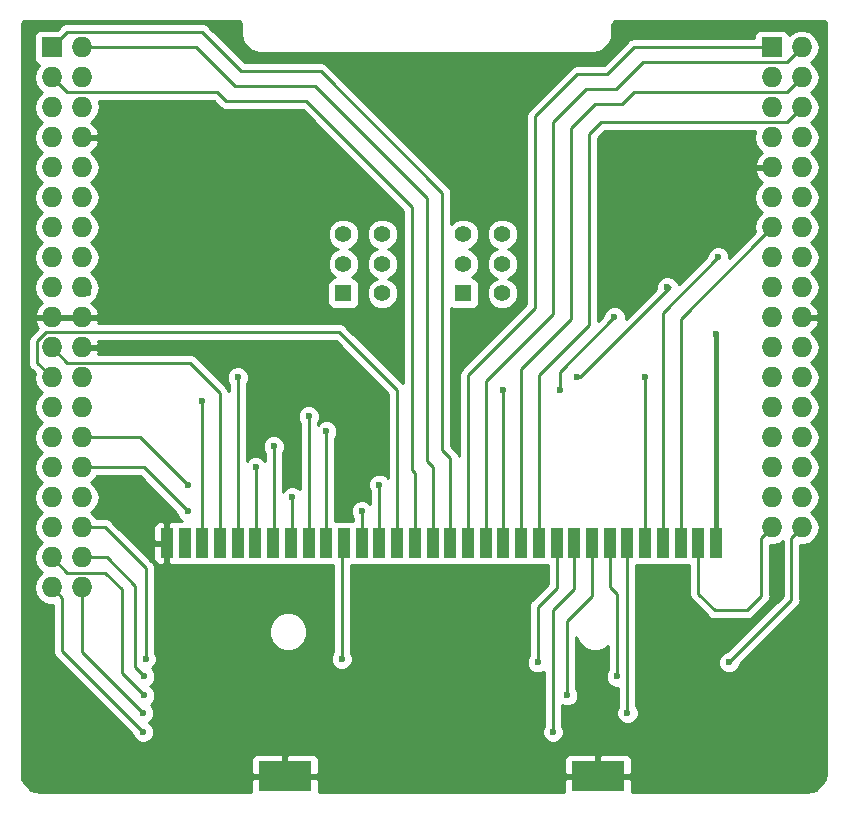
<source format=gtl>
G04 #@! TF.GenerationSoftware,KiCad,Pcbnew,5.0.1*
G04 #@! TF.CreationDate,2018-11-27T23:31:16+01:00*
G04 #@! TF.ProjectId,STM_Morpho,53544D5F4D6F7270686F2E6B69636164,rev?*
G04 #@! TF.SameCoordinates,Original*
G04 #@! TF.FileFunction,Copper,L1,Top,Signal*
G04 #@! TF.FilePolarity,Positive*
%FSLAX46Y46*%
G04 Gerber Fmt 4.6, Leading zero omitted, Abs format (unit mm)*
G04 Created by KiCad (PCBNEW 5.0.1) date Tue 27 Nov 2018 11:31:16 PM CET*
%MOMM*%
%LPD*%
G01*
G04 APERTURE LIST*
G04 #@! TA.AperFunction,SMDPad,CuDef*
%ADD10R,1.000000X2.500000*%
G04 #@! TD*
G04 #@! TA.AperFunction,SMDPad,CuDef*
%ADD11R,4.500000X2.500000*%
G04 #@! TD*
G04 #@! TA.AperFunction,ComponentPad*
%ADD12O,1.727200X1.727200*%
G04 #@! TD*
G04 #@! TA.AperFunction,ComponentPad*
%ADD13R,1.727200X1.727200*%
G04 #@! TD*
G04 #@! TA.AperFunction,ComponentPad*
%ADD14R,1.400000X1.400000*%
G04 #@! TD*
G04 #@! TA.AperFunction,ComponentPad*
%ADD15C,1.400000*%
G04 #@! TD*
G04 #@! TA.AperFunction,ViaPad*
%ADD16C,0.600000*%
G04 #@! TD*
G04 #@! TA.AperFunction,Conductor*
%ADD17C,0.250000*%
G04 #@! TD*
G04 #@! TA.AperFunction,Conductor*
%ADD18C,0.400000*%
G04 #@! TD*
G04 #@! TA.AperFunction,Conductor*
%ADD19C,0.254000*%
G04 #@! TD*
G04 APERTURE END LIST*
D10*
G04 #@! TO.P,J1,1*
G04 #@! TO.N,VCC*
X189500000Y-113200000D03*
G04 #@! TO.P,J1,15*
G04 #@! TO.N,A9*
X168500000Y-113200000D03*
G04 #@! TO.P,J1,2*
G04 #@! TO.N,CLK*
X188000000Y-113200000D03*
G04 #@! TO.P,J1,3*
G04 #@! TO.N,/WR*
X186500000Y-113200000D03*
G04 #@! TO.P,J1,4*
G04 #@! TO.N,/RD*
X185000000Y-113200000D03*
G04 #@! TO.P,J1,5*
G04 #@! TO.N,/CS*
X183500000Y-113200000D03*
G04 #@! TO.P,J1,6*
G04 #@! TO.N,A0*
X182000000Y-113200000D03*
G04 #@! TO.P,J1,7*
G04 #@! TO.N,A1*
X180500000Y-113200000D03*
G04 #@! TO.P,J1,8*
G04 #@! TO.N,A2*
X179000000Y-113200000D03*
G04 #@! TO.P,J1,9*
G04 #@! TO.N,A3*
X177500000Y-113200000D03*
G04 #@! TO.P,J1,10*
G04 #@! TO.N,A4*
X176000000Y-113200000D03*
G04 #@! TO.P,J1,11*
G04 #@! TO.N,A5*
X174500000Y-113200000D03*
G04 #@! TO.P,J1,12*
G04 #@! TO.N,A6*
X173000000Y-113200000D03*
G04 #@! TO.P,J1,13*
G04 #@! TO.N,A7*
X171500000Y-113200000D03*
G04 #@! TO.P,J1,14*
G04 #@! TO.N,A8*
X170000000Y-113200000D03*
G04 #@! TO.P,J1,16*
G04 #@! TO.N,A10*
X167000000Y-113200000D03*
G04 #@! TO.P,J1,17*
G04 #@! TO.N,A11*
X165500000Y-113200000D03*
G04 #@! TO.P,J1,18*
G04 #@! TO.N,A12*
X164000000Y-113200000D03*
G04 #@! TO.P,J1,19*
G04 #@! TO.N,A13*
X162500000Y-113200000D03*
G04 #@! TO.P,J1,20*
G04 #@! TO.N,A14*
X161000000Y-113200000D03*
G04 #@! TO.P,J1,21*
G04 #@! TO.N,A15*
X159500000Y-113200000D03*
G04 #@! TO.P,J1,22*
G04 #@! TO.N,D0*
X158000000Y-113200000D03*
G04 #@! TO.P,J1,23*
G04 #@! TO.N,D1*
X156500000Y-113200000D03*
G04 #@! TO.P,J1,24*
G04 #@! TO.N,D2*
X155000000Y-113200000D03*
G04 #@! TO.P,J1,25*
G04 #@! TO.N,D3*
X153500000Y-113200000D03*
G04 #@! TO.P,J1,26*
G04 #@! TO.N,D4*
X152000000Y-113200000D03*
G04 #@! TO.P,J1,27*
G04 #@! TO.N,D5*
X150500000Y-113200000D03*
G04 #@! TO.P,J1,28*
G04 #@! TO.N,D6*
X149000000Y-113200000D03*
G04 #@! TO.P,J1,29*
G04 #@! TO.N,D7*
X147500000Y-113200000D03*
G04 #@! TO.P,J1,30*
G04 #@! TO.N,/RES*
X146000000Y-113200000D03*
G04 #@! TO.P,J1,31*
G04 #@! TO.N,AUDIO*
X144500000Y-113200000D03*
G04 #@! TO.P,J1,32*
G04 #@! TO.N,GND*
X143000000Y-113200000D03*
D11*
X179500000Y-132950000D03*
X153000000Y-132950000D03*
G04 #@! TD*
D12*
G04 #@! TO.P,CN10,34*
G04 #@! TO.N,A4*
X196750000Y-111880000D03*
G04 #@! TO.P,CN10,33*
G04 #@! TO.N,CLK*
X194210000Y-111880000D03*
G04 #@! TO.P,CN10,32*
G04 #@! TO.N,Net-(CN10-Pad32)*
X196750000Y-109340000D03*
G04 #@! TO.P,CN10,31*
G04 #@! TO.N,D3*
X194210000Y-109340000D03*
G04 #@! TO.P,CN10,30*
G04 #@! TO.N,PB13*
X196750000Y-106800000D03*
G04 #@! TO.P,CN10,29*
G04 #@! TO.N,D5*
X194210000Y-106800000D03*
G04 #@! TO.P,CN10,28*
G04 #@! TO.N,PB14*
X196750000Y-104260000D03*
G04 #@! TO.P,CN10,27*
G04 #@! TO.N,D4*
X194210000Y-104260000D03*
G04 #@! TO.P,CN10,26*
G04 #@! TO.N,PB15*
X196750000Y-101720000D03*
G04 #@! TO.P,CN10,25*
G04 #@! TO.N,PB10*
X194210000Y-101720000D03*
G04 #@! TO.P,CN10,24*
G04 #@! TO.N,D1*
X196750000Y-99180000D03*
G04 #@! TO.P,CN10,23*
G04 #@! TO.N,/CS*
X194210000Y-99180000D03*
G04 #@! TO.P,CN10,22*
G04 #@! TO.N,D2*
X196750000Y-96640000D03*
G04 #@! TO.P,CN10,21*
G04 #@! TO.N,/RES*
X194210000Y-96640000D03*
G04 #@! TO.P,CN10,20*
G04 #@! TO.N,GND*
X196750000Y-94100000D03*
G04 #@! TO.P,CN10,19*
G04 #@! TO.N,A7*
X194210000Y-94100000D03*
G04 #@! TO.P,CN10,18*
G04 #@! TO.N,Net-(CN10-Pad18)*
X196750000Y-91560000D03*
G04 #@! TO.P,CN10,17*
G04 #@! TO.N,D6*
X194210000Y-91560000D03*
G04 #@! TO.P,CN10,16*
G04 #@! TO.N,PB12*
X196750000Y-89020000D03*
G04 #@! TO.P,CN10,15*
G04 #@! TO.N,/RD*
X194210000Y-89020000D03*
G04 #@! TO.P,CN10,14*
G04 #@! TO.N,PA11*
X196750000Y-86480000D03*
G04 #@! TO.P,CN10,13*
G04 #@! TO.N,/WR*
X194210000Y-86480000D03*
G04 #@! TO.P,CN10,12*
G04 #@! TO.N,PA12*
X196750000Y-83940000D03*
G04 #@! TO.P,CN10,11*
G04 #@! TO.N,PA5*
X194210000Y-83940000D03*
G04 #@! TO.P,CN10,10*
G04 #@! TO.N,Net-(CN10-Pad10)*
X196750000Y-81400000D03*
G04 #@! TO.P,CN10,9*
G04 #@! TO.N,GND*
X194210000Y-81400000D03*
G04 #@! TO.P,CN10,8*
G04 #@! TO.N,Net-(CN10-Pad8)*
X196750000Y-78860000D03*
G04 #@! TO.P,CN10,7*
G04 #@! TO.N,Net-(CN10-Pad7)*
X194210000Y-78860000D03*
G04 #@! TO.P,CN10,6*
G04 #@! TO.N,A5*
X196750000Y-76320000D03*
G04 #@! TO.P,CN10,5*
G04 #@! TO.N,PB9*
X194210000Y-76320000D03*
G04 #@! TO.P,CN10,4*
G04 #@! TO.N,A6*
X196750000Y-73780000D03*
G04 #@! TO.P,CN10,3*
G04 #@! TO.N,PB8*
X194210000Y-73780000D03*
G04 #@! TO.P,CN10,2*
G04 #@! TO.N,A8*
X196750000Y-71240000D03*
D13*
G04 #@! TO.P,CN10,1*
G04 #@! TO.N,A9*
X194210000Y-71240000D03*
G04 #@! TD*
G04 #@! TO.P,CN7,1*
G04 #@! TO.N,A10*
X133250000Y-71240000D03*
D12*
G04 #@! TO.P,CN7,2*
G04 #@! TO.N,A11*
X135790000Y-71240000D03*
G04 #@! TO.P,CN7,3*
G04 #@! TO.N,A12*
X133250000Y-73780000D03*
G04 #@! TO.P,CN7,4*
G04 #@! TO.N,PD2*
X135790000Y-73780000D03*
G04 #@! TO.P,CN7,5*
G04 #@! TO.N,Net-(CN7-Pad5)*
X133250000Y-76320000D03*
G04 #@! TO.P,CN7,6*
G04 #@! TO.N,Net-(CN7-Pad6)*
X135790000Y-76320000D03*
G04 #@! TO.P,CN7,7*
G04 #@! TO.N,Net-(CN7-Pad7)*
X133250000Y-78860000D03*
G04 #@! TO.P,CN7,8*
G04 #@! TO.N,GND*
X135790000Y-78860000D03*
G04 #@! TO.P,CN7,9*
G04 #@! TO.N,Net-(CN7-Pad9)*
X133250000Y-81400000D03*
G04 #@! TO.P,CN7,10*
G04 #@! TO.N,Net-(CN7-Pad10)*
X135790000Y-81400000D03*
G04 #@! TO.P,CN7,11*
G04 #@! TO.N,Net-(CN7-Pad11)*
X133250000Y-83940000D03*
G04 #@! TO.P,CN7,12*
G04 #@! TO.N,Net-(CN7-Pad12)*
X135790000Y-83940000D03*
G04 #@! TO.P,CN7,13*
G04 #@! TO.N,PA13*
X133250000Y-86480000D03*
G04 #@! TO.P,CN7,14*
G04 #@! TO.N,Net-(CN7-Pad14)*
X135790000Y-86480000D03*
G04 #@! TO.P,CN7,15*
G04 #@! TO.N,PA14*
X133250000Y-89020000D03*
G04 #@! TO.P,CN7,16*
G04 #@! TO.N,3V3*
X135790000Y-89020000D03*
G04 #@! TO.P,CN7,17*
G04 #@! TO.N,PA15*
X133250000Y-91560000D03*
G04 #@! TO.P,CN7,18*
G04 #@! TO.N,5V*
X135790000Y-91560000D03*
G04 #@! TO.P,CN7,19*
G04 #@! TO.N,GND*
X133250000Y-94100000D03*
G04 #@! TO.P,CN7,20*
X135790000Y-94100000D03*
G04 #@! TO.P,CN7,21*
G04 #@! TO.N,D7*
X133250000Y-96640000D03*
G04 #@! TO.P,CN7,22*
G04 #@! TO.N,GND*
X135790000Y-96640000D03*
G04 #@! TO.P,CN7,23*
G04 #@! TO.N,A13*
X133250000Y-99180000D03*
G04 #@! TO.P,CN7,24*
G04 #@! TO.N,Net-(CN7-Pad24)*
X135790000Y-99180000D03*
G04 #@! TO.P,CN7,25*
G04 #@! TO.N,PC14*
X133250000Y-101720000D03*
G04 #@! TO.P,CN7,26*
G04 #@! TO.N,Net-(CN7-Pad26)*
X135790000Y-101720000D03*
G04 #@! TO.P,CN7,27*
G04 #@! TO.N,PC15*
X133250000Y-104260000D03*
G04 #@! TO.P,CN7,28*
G04 #@! TO.N,A14*
X135790000Y-104260000D03*
G04 #@! TO.P,CN7,29*
G04 #@! TO.N,Net-(CN7-Pad29)*
X133250000Y-106800000D03*
G04 #@! TO.P,CN7,30*
G04 #@! TO.N,A15*
X135790000Y-106800000D03*
G04 #@! TO.P,CN7,31*
G04 #@! TO.N,Net-(CN7-Pad31)*
X133250000Y-109340000D03*
G04 #@! TO.P,CN7,32*
G04 #@! TO.N,PA4*
X135790000Y-109340000D03*
G04 #@! TO.P,CN7,33*
G04 #@! TO.N,Net-(CN7-Pad33)*
X133250000Y-111880000D03*
G04 #@! TO.P,CN7,34*
G04 #@! TO.N,D0*
X135790000Y-111880000D03*
G04 #@! TO.P,CN7,35*
G04 #@! TO.N,A2*
X133250000Y-114420000D03*
G04 #@! TO.P,CN7,36*
G04 #@! TO.N,A1*
X135790000Y-114420000D03*
G04 #@! TO.P,CN7,37*
G04 #@! TO.N,A3*
X133250000Y-116960000D03*
G04 #@! TO.P,CN7,38*
G04 #@! TO.N,A0*
X135790000Y-116960000D03*
G04 #@! TD*
D14*
G04 #@! TO.P,SW1,1*
G04 #@! TO.N,5V*
X157940000Y-92060000D03*
D15*
G04 #@! TO.P,SW1,2*
G04 #@! TO.N,VCCS*
X157940000Y-89560000D03*
G04 #@! TO.P,SW1,3*
G04 #@! TO.N,3V3*
X157940000Y-87060000D03*
G04 #@! TO.P,SW1,4*
G04 #@! TO.N,N/C*
X161240000Y-92060000D03*
G04 #@! TO.P,SW1,5*
X161240000Y-89560000D03*
G04 #@! TO.P,SW1,6*
X161240000Y-87060000D03*
G04 #@! TD*
D14*
G04 #@! TO.P,SW2,1*
G04 #@! TO.N,VCCS*
X168100000Y-92060000D03*
D15*
G04 #@! TO.P,SW2,2*
G04 #@! TO.N,VCC*
X168100000Y-89560000D03*
G04 #@! TO.P,SW2,3*
G04 #@! TO.N,N/C*
X168100000Y-87060000D03*
G04 #@! TO.P,SW2,4*
X171400000Y-92060000D03*
G04 #@! TO.P,SW2,5*
X171400000Y-89560000D03*
G04 #@! TO.P,SW2,6*
X171400000Y-87060000D03*
G04 #@! TD*
D16*
G04 #@! TO.N,GND*
X190198000Y-69454000D03*
X190198000Y-81392000D03*
X138128000Y-94092000D03*
X138128000Y-96632000D03*
G04 #@! TO.N,A14*
X144750000Y-108250000D03*
X161000000Y-108250000D03*
G04 #@! TO.N,A15*
X144750000Y-110500000D03*
X159500000Y-110500000D03*
G04 #@! TO.N,D0*
X141200000Y-123000000D03*
X157800000Y-123000000D03*
G04 #@! TO.N,A2*
X141100000Y-126100000D03*
X176900000Y-126100000D03*
G04 #@! TO.N,A1*
X141100000Y-124500000D03*
X181100000Y-124500000D03*
G04 #@! TO.N,A3*
X141000000Y-129200000D03*
X175700000Y-129200000D03*
G04 #@! TO.N,A0*
X141000000Y-127600000D03*
X182000000Y-127600000D03*
G04 #@! TO.N,/RD*
X189690000Y-89012000D03*
G04 #@! TO.N,D6*
X185372000Y-91552000D03*
X177752000Y-99172000D03*
X149000000Y-99172000D03*
G04 #@! TO.N,A7*
X180900000Y-94100000D03*
X176250000Y-100250000D03*
X171500000Y-100250000D03*
G04 #@! TO.N,/RES*
X146000000Y-101204000D03*
G04 #@! TO.N,D2*
X155000000Y-102474000D03*
G04 #@! TO.N,/CS*
X183500000Y-99180000D03*
G04 #@! TO.N,D1*
X156508000Y-103744000D03*
G04 #@! TO.N,D4*
X152036000Y-105014000D03*
G04 #@! TO.N,D5*
X150520000Y-106800000D03*
G04 #@! TO.N,D3*
X153600000Y-109340000D03*
G04 #@! TO.N,A4*
X190600000Y-123300000D03*
X174400000Y-123300000D03*
G04 #@! TO.N,VCC*
X189500000Y-95500000D03*
G04 #@! TD*
D17*
G04 #@! TO.N,A10*
X167000000Y-106000000D02*
X167000000Y-113200000D01*
X166325001Y-105325001D02*
X167000000Y-106000000D01*
X134528000Y-69962000D02*
X146002000Y-69962000D01*
X146002000Y-69962000D02*
X149304000Y-73264000D01*
X133250000Y-71240000D02*
X134528000Y-69962000D01*
X156014000Y-73264000D02*
X166325001Y-83575001D01*
X166325001Y-83575001D02*
X166325001Y-105325001D01*
X149304000Y-73264000D02*
X156014000Y-73264000D01*
G04 #@! TO.N,A11*
X165500000Y-106750000D02*
X165500000Y-113200000D01*
X165000000Y-106250000D02*
X165500000Y-106750000D01*
X135798000Y-71232000D02*
X145494000Y-71232000D01*
X135790000Y-71240000D02*
X135798000Y-71232000D01*
X145494000Y-71232000D02*
X148796000Y-74534000D01*
X148796000Y-74534000D02*
X155534000Y-74534000D01*
X155534000Y-74534000D02*
X165000000Y-84000000D01*
X165000000Y-84000000D02*
X165000000Y-106250000D01*
G04 #@! TO.N,A12*
X134572000Y-75042000D02*
X133250000Y-73780000D01*
X147272000Y-75042000D02*
X134572000Y-75042000D01*
X148034000Y-75804000D02*
X147272000Y-75042000D01*
X148034000Y-75804000D02*
X154804000Y-75804000D01*
X154804000Y-75804000D02*
X163750000Y-84750000D01*
X163750000Y-84750000D02*
X163750000Y-107000000D01*
X164000000Y-107250000D02*
X164000000Y-113200000D01*
X163750000Y-107000000D02*
X164000000Y-107250000D01*
D18*
G04 #@! TO.N,GND*
X190206000Y-81400000D02*
X190198000Y-81392000D01*
X193500000Y-81392000D02*
X190206000Y-81400000D01*
X138120000Y-94100000D02*
X136500000Y-94100000D01*
X138128000Y-94092000D02*
X138120000Y-94100000D01*
X138120000Y-96640000D02*
X138128000Y-96632000D01*
X136604000Y-96632000D02*
X138120000Y-96640000D01*
X143000000Y-113200000D02*
X143000000Y-132750000D01*
X143200000Y-132950000D02*
X153000000Y-132950000D01*
X143000000Y-132750000D02*
X143200000Y-132950000D01*
X153000000Y-132950000D02*
X179500000Y-132950000D01*
G04 #@! TO.N,5V*
X136290000Y-92060000D02*
X135790000Y-91560000D01*
D17*
G04 #@! TO.N,D7*
X147500000Y-100500000D02*
X147500000Y-113200000D01*
X144975000Y-97975000D02*
X147500000Y-100500000D01*
X133250000Y-96640000D02*
X134585000Y-97975000D01*
X134585000Y-97975000D02*
X144975000Y-97975000D01*
G04 #@! TO.N,A13*
X162500000Y-100250000D02*
X162500000Y-113200000D01*
X157612000Y-95362000D02*
X162500000Y-100250000D01*
X132032000Y-96124000D02*
X132794000Y-95362000D01*
X133250000Y-99180000D02*
X132032000Y-97962000D01*
X132794000Y-95362000D02*
X157612000Y-95362000D01*
X132032000Y-97962000D02*
X132032000Y-96124000D01*
G04 #@! TO.N,A14*
X135798000Y-104252000D02*
X135790000Y-104260000D01*
X135790000Y-104260000D02*
X140760000Y-104260000D01*
X140760000Y-104260000D02*
X144750000Y-108250000D01*
X144750000Y-108250000D02*
X144750000Y-108250000D01*
X161000000Y-108250000D02*
X161000000Y-113200000D01*
G04 #@! TO.N,A15*
X135790000Y-106800000D02*
X141050000Y-106800000D01*
X141050000Y-106800000D02*
X144750000Y-110500000D01*
X144750000Y-110500000D02*
X144750000Y-110500000D01*
X159500000Y-110500000D02*
X159500000Y-113200000D01*
G04 #@! TO.N,D0*
X135790000Y-111880000D02*
X137780000Y-111880000D01*
X137780000Y-111880000D02*
X141200000Y-115300000D01*
X141200000Y-115300000D02*
X141200000Y-123000000D01*
X141200000Y-123000000D02*
X141200000Y-123000000D01*
X157800000Y-113400000D02*
X158000000Y-113200000D01*
X157800000Y-123000000D02*
X157800000Y-113400000D01*
G04 #@! TO.N,A2*
X139200000Y-117100000D02*
X139200000Y-124200000D01*
X139200000Y-124200000D02*
X141100000Y-126100000D01*
X141100000Y-126100000D02*
X141100000Y-126100000D01*
X176900000Y-126100000D02*
X176900000Y-119800000D01*
X179000000Y-117700000D02*
X179000000Y-113200000D01*
X176900000Y-119800000D02*
X179000000Y-117700000D01*
X133250000Y-114420000D02*
X134530000Y-115700000D01*
X137800000Y-115700000D02*
X139200000Y-117100000D01*
X134530000Y-115700000D02*
X137800000Y-115700000D01*
G04 #@! TO.N,A1*
X137011314Y-114420000D02*
X137031314Y-114400000D01*
X135790000Y-114420000D02*
X137011314Y-114420000D01*
X137031314Y-114400000D02*
X137900000Y-114400000D01*
X137900000Y-114400000D02*
X140300000Y-116800000D01*
X140300000Y-116800000D02*
X140300000Y-123700000D01*
X140300000Y-123700000D02*
X141100000Y-124500000D01*
X141100000Y-124500000D02*
X141100000Y-124500000D01*
X181100000Y-124500000D02*
X181100000Y-117500000D01*
X180500000Y-116900000D02*
X180500000Y-113200000D01*
X181100000Y-117500000D02*
X180500000Y-116900000D01*
G04 #@! TO.N,A3*
X134113599Y-117823599D02*
X134113599Y-122313599D01*
X133250000Y-116960000D02*
X134113599Y-117823599D01*
X134113599Y-122313599D02*
X141000000Y-129200000D01*
X141000000Y-129200000D02*
X141000000Y-129200000D01*
X175700000Y-129200000D02*
X175700000Y-118900000D01*
X177500000Y-117100000D02*
X177500000Y-113200000D01*
X175700000Y-118900000D02*
X177500000Y-117100000D01*
G04 #@! TO.N,A0*
X135790000Y-118181314D02*
X135800000Y-118191314D01*
X135790000Y-116960000D02*
X135790000Y-118181314D01*
X135800000Y-118191314D02*
X135800000Y-122400000D01*
X135800000Y-122400000D02*
X141000000Y-127600000D01*
X141000000Y-127600000D02*
X141000000Y-127600000D01*
X182000000Y-127600000D02*
X182000000Y-113200000D01*
G04 #@! TO.N,A9*
X168500000Y-99000000D02*
X168500000Y-113200000D01*
X182570000Y-71240000D02*
X180292000Y-73518000D01*
X194210000Y-71240000D02*
X182570000Y-71240000D01*
X177752000Y-73518000D02*
X174196000Y-77074000D01*
X180292000Y-73518000D02*
X177752000Y-73518000D01*
X174196000Y-77074000D02*
X174196000Y-93304000D01*
X174196000Y-93304000D02*
X168500000Y-99000000D01*
G04 #@! TO.N,A8*
X170000000Y-99500000D02*
X170000000Y-113200000D01*
X175720000Y-93780000D02*
X170000000Y-99500000D01*
X195488000Y-72502000D02*
X183340000Y-72502000D01*
X196750000Y-71240000D02*
X195488000Y-72502000D01*
X183340000Y-72502000D02*
X181054000Y-74788000D01*
X175720000Y-77582000D02*
X175720000Y-93780000D01*
X181054000Y-74788000D02*
X178514000Y-74788000D01*
X178514000Y-74788000D02*
X175720000Y-77582000D01*
G04 #@! TO.N,A6*
X173000000Y-98500000D02*
X173000000Y-113200000D01*
X177244000Y-94256000D02*
X173000000Y-98500000D01*
X195488000Y-75042000D02*
X182578000Y-75042000D01*
X196750000Y-73780000D02*
X195488000Y-75042000D01*
X181562000Y-76058000D02*
X179276000Y-76058000D01*
X179276000Y-76058000D02*
X177244000Y-78090000D01*
X182578000Y-75042000D02*
X181562000Y-76058000D01*
X177244000Y-78090000D02*
X177244000Y-94256000D01*
G04 #@! TO.N,A5*
X178768000Y-78598000D02*
X178768000Y-94732000D01*
X174500000Y-99000000D02*
X174500000Y-113200000D01*
X179784000Y-77582000D02*
X178768000Y-78598000D01*
X196750000Y-76320000D02*
X195488000Y-77582000D01*
X178768000Y-94732000D02*
X174500000Y-99000000D01*
X195488000Y-77582000D02*
X179784000Y-77582000D01*
G04 #@! TO.N,/WR*
X193346401Y-87343599D02*
X193346401Y-87403599D01*
X194210000Y-86480000D02*
X193346401Y-87343599D01*
X186500000Y-94250000D02*
X186500000Y-113200000D01*
X193346401Y-87403599D02*
X186500000Y-94250000D01*
G04 #@! TO.N,/RD*
X189690000Y-89012000D02*
X185000000Y-93702000D01*
X185000000Y-93702000D02*
X185000000Y-113200000D01*
G04 #@! TO.N,D6*
X178006000Y-99172000D02*
X185626000Y-91552000D01*
X149000000Y-99172000D02*
X149000000Y-113200000D01*
G04 #@! TO.N,A7*
X180900000Y-94100000D02*
X176250000Y-98750000D01*
X176250000Y-98750000D02*
X176250000Y-100250000D01*
X176250000Y-100250000D02*
X176250000Y-100250000D01*
X171500000Y-100250000D02*
X171500000Y-113200000D01*
G04 #@! TO.N,/RES*
X146000000Y-101204000D02*
X146000000Y-113200000D01*
G04 #@! TO.N,D2*
X155000000Y-102474000D02*
X155000000Y-113200000D01*
G04 #@! TO.N,/CS*
X183500000Y-99180000D02*
X183500000Y-113200000D01*
G04 #@! TO.N,D1*
X156508000Y-113192000D02*
X156500000Y-113200000D01*
X156508000Y-103744000D02*
X156508000Y-113192000D01*
G04 #@! TO.N,D4*
X152036000Y-113164000D02*
X152000000Y-113200000D01*
X152036000Y-105014000D02*
X152036000Y-113164000D01*
G04 #@! TO.N,D5*
X150520000Y-113180000D02*
X150500000Y-113200000D01*
X150520000Y-106800000D02*
X150520000Y-113180000D01*
G04 #@! TO.N,D3*
X153600000Y-113100000D02*
X153500000Y-113200000D01*
X153600000Y-109340000D02*
X153600000Y-113100000D01*
G04 #@! TO.N,CLK*
X193346401Y-112743599D02*
X193346401Y-117653599D01*
X194210000Y-111880000D02*
X193346401Y-112743599D01*
X193346401Y-117653599D02*
X192100000Y-118900000D01*
X192100000Y-118900000D02*
X189400000Y-118900000D01*
X188000000Y-117500000D02*
X188000000Y-113200000D01*
X189400000Y-118900000D02*
X188000000Y-117500000D01*
G04 #@! TO.N,A4*
X195886401Y-112743599D02*
X195886401Y-118013599D01*
X196750000Y-111880000D02*
X195886401Y-112743599D01*
X195886401Y-118013599D02*
X190600000Y-123300000D01*
X190600000Y-123300000D02*
X190600000Y-123300000D01*
X176000000Y-117000000D02*
X176000000Y-113200000D01*
X174400000Y-123300000D02*
X174400000Y-118600000D01*
X174400000Y-118600000D02*
X176000000Y-117000000D01*
D18*
G04 #@! TO.N,VCC*
X189500000Y-95924264D02*
X189500000Y-113200000D01*
X189500000Y-95500000D02*
X189500000Y-95924264D01*
G04 #@! TD*
D19*
G04 #@! TO.N,GND*
G36*
X149105655Y-68994926D02*
X149195225Y-69054774D01*
X149255074Y-69144345D01*
X149290000Y-69319930D01*
X149290000Y-70069925D01*
X149303642Y-70138508D01*
X149303642Y-70138513D01*
X149379762Y-70521196D01*
X149399395Y-70568593D01*
X149485776Y-70777138D01*
X149702549Y-71101561D01*
X149702550Y-71101562D01*
X149898438Y-71297451D01*
X150222862Y-71514223D01*
X150328877Y-71558136D01*
X150478804Y-71620238D01*
X150861486Y-71696358D01*
X150861491Y-71696358D01*
X150930074Y-71710000D01*
X179069926Y-71710000D01*
X179138509Y-71696358D01*
X179138513Y-71696358D01*
X179521196Y-71620238D01*
X179546680Y-71609682D01*
X179578601Y-71603333D01*
X179605664Y-71585250D01*
X179777138Y-71514224D01*
X180101561Y-71297451D01*
X180167012Y-71232000D01*
X180297451Y-71101562D01*
X180514223Y-70777138D01*
X180564700Y-70655275D01*
X180581932Y-70613674D01*
X180635803Y-70559803D01*
X180663333Y-70518601D01*
X180673000Y-70470000D01*
X180673000Y-70255943D01*
X180696358Y-70138514D01*
X180696358Y-70138509D01*
X180710000Y-70069926D01*
X180710000Y-69319930D01*
X180735904Y-69189702D01*
X180939702Y-68985904D01*
X181069930Y-68960000D01*
X198668394Y-68960000D01*
X198790001Y-69081607D01*
X198790000Y-132703463D01*
X198731607Y-133146997D01*
X198595992Y-133474402D01*
X197974403Y-134095991D01*
X197646998Y-134231607D01*
X197203463Y-134290000D01*
X182385000Y-134290000D01*
X182385000Y-133235750D01*
X182226250Y-133077000D01*
X179627000Y-133077000D01*
X179627000Y-133097000D01*
X179373000Y-133097000D01*
X179373000Y-133077000D01*
X176773750Y-133077000D01*
X176615000Y-133235750D01*
X176615000Y-134290000D01*
X155885000Y-134290000D01*
X155885000Y-133235750D01*
X155726250Y-133077000D01*
X153127000Y-133077000D01*
X153127000Y-133097000D01*
X152873000Y-133097000D01*
X152873000Y-133077000D01*
X150273750Y-133077000D01*
X150115000Y-133235750D01*
X150115000Y-134290000D01*
X132296537Y-134290000D01*
X131853003Y-134231607D01*
X131525598Y-134095992D01*
X130904009Y-133474403D01*
X130768393Y-133146998D01*
X130710000Y-132703463D01*
X130710000Y-131573691D01*
X150115000Y-131573691D01*
X150115000Y-132664250D01*
X150273750Y-132823000D01*
X152873000Y-132823000D01*
X152873000Y-131223750D01*
X153127000Y-131223750D01*
X153127000Y-132823000D01*
X155726250Y-132823000D01*
X155885000Y-132664250D01*
X155885000Y-131573691D01*
X176615000Y-131573691D01*
X176615000Y-132664250D01*
X176773750Y-132823000D01*
X179373000Y-132823000D01*
X179373000Y-131223750D01*
X179627000Y-131223750D01*
X179627000Y-132823000D01*
X182226250Y-132823000D01*
X182385000Y-132664250D01*
X182385000Y-131573691D01*
X182288327Y-131340302D01*
X182109699Y-131161673D01*
X181876310Y-131065000D01*
X179785750Y-131065000D01*
X179627000Y-131223750D01*
X179373000Y-131223750D01*
X179214250Y-131065000D01*
X177123690Y-131065000D01*
X176890301Y-131161673D01*
X176711673Y-131340302D01*
X176615000Y-131573691D01*
X155885000Y-131573691D01*
X155788327Y-131340302D01*
X155609699Y-131161673D01*
X155376310Y-131065000D01*
X153285750Y-131065000D01*
X153127000Y-131223750D01*
X152873000Y-131223750D01*
X152714250Y-131065000D01*
X150623690Y-131065000D01*
X150390301Y-131161673D01*
X150211673Y-131340302D01*
X150115000Y-131573691D01*
X130710000Y-131573691D01*
X130710000Y-96124000D01*
X131257112Y-96124000D01*
X131272001Y-96198852D01*
X131272000Y-97887153D01*
X131257112Y-97962000D01*
X131272000Y-98036847D01*
X131272000Y-98036851D01*
X131316096Y-98258536D01*
X131484071Y-98509929D01*
X131547530Y-98552331D01*
X131797225Y-98802026D01*
X131722041Y-99180000D01*
X131838350Y-99764725D01*
X132169570Y-100260430D01*
X132453281Y-100450000D01*
X132169570Y-100639570D01*
X131838350Y-101135275D01*
X131722041Y-101720000D01*
X131838350Y-102304725D01*
X132169570Y-102800430D01*
X132453281Y-102990000D01*
X132169570Y-103179570D01*
X131838350Y-103675275D01*
X131722041Y-104260000D01*
X131838350Y-104844725D01*
X132169570Y-105340430D01*
X132453281Y-105530000D01*
X132169570Y-105719570D01*
X131838350Y-106215275D01*
X131722041Y-106800000D01*
X131838350Y-107384725D01*
X132169570Y-107880430D01*
X132453281Y-108070000D01*
X132169570Y-108259570D01*
X131838350Y-108755275D01*
X131722041Y-109340000D01*
X131838350Y-109924725D01*
X132169570Y-110420430D01*
X132453281Y-110610000D01*
X132169570Y-110799570D01*
X131838350Y-111295275D01*
X131722041Y-111880000D01*
X131838350Y-112464725D01*
X132169570Y-112960430D01*
X132453281Y-113150000D01*
X132169570Y-113339570D01*
X131838350Y-113835275D01*
X131722041Y-114420000D01*
X131838350Y-115004725D01*
X132169570Y-115500430D01*
X132453281Y-115690000D01*
X132169570Y-115879570D01*
X131838350Y-116375275D01*
X131722041Y-116960000D01*
X131838350Y-117544725D01*
X132169570Y-118040430D01*
X132665275Y-118371650D01*
X133102402Y-118458600D01*
X133353599Y-118458600D01*
X133353600Y-122238747D01*
X133338711Y-122313599D01*
X133397696Y-122610136D01*
X133504758Y-122770365D01*
X133565671Y-122861528D01*
X133629127Y-122903928D01*
X140065000Y-129339802D01*
X140065000Y-129385983D01*
X140207345Y-129729635D01*
X140470365Y-129992655D01*
X140814017Y-130135000D01*
X141185983Y-130135000D01*
X141529635Y-129992655D01*
X141792655Y-129729635D01*
X141935000Y-129385983D01*
X141935000Y-129014017D01*
X141792655Y-128670365D01*
X141529635Y-128407345D01*
X141511903Y-128400000D01*
X141529635Y-128392655D01*
X141792655Y-128129635D01*
X141935000Y-127785983D01*
X141935000Y-127414017D01*
X141792655Y-127070365D01*
X141619248Y-126896958D01*
X141629635Y-126892655D01*
X141892655Y-126629635D01*
X142035000Y-126285983D01*
X142035000Y-125914017D01*
X141892655Y-125570365D01*
X141629635Y-125307345D01*
X141611903Y-125300000D01*
X141629635Y-125292655D01*
X141892655Y-125029635D01*
X142035000Y-124685983D01*
X142035000Y-124314017D01*
X141892655Y-123970365D01*
X141719248Y-123796958D01*
X141729635Y-123792655D01*
X141992655Y-123529635D01*
X142135000Y-123185983D01*
X142135000Y-122814017D01*
X141992655Y-122470365D01*
X141960000Y-122437710D01*
X141960000Y-120374778D01*
X151615000Y-120374778D01*
X151615000Y-121025222D01*
X151863914Y-121626153D01*
X152323847Y-122086086D01*
X152924778Y-122335000D01*
X153575222Y-122335000D01*
X154176153Y-122086086D01*
X154636086Y-121626153D01*
X154885000Y-121025222D01*
X154885000Y-120374778D01*
X154636086Y-119773847D01*
X154176153Y-119313914D01*
X153575222Y-119065000D01*
X152924778Y-119065000D01*
X152323847Y-119313914D01*
X151863914Y-119773847D01*
X151615000Y-120374778D01*
X141960000Y-120374778D01*
X141960000Y-115374846D01*
X141974888Y-115299999D01*
X141960000Y-115225152D01*
X141960000Y-115225148D01*
X141915904Y-115003463D01*
X141864312Y-114926250D01*
X141790329Y-114815526D01*
X141790327Y-114815524D01*
X141747929Y-114752071D01*
X141684476Y-114709673D01*
X140460553Y-113485750D01*
X141865000Y-113485750D01*
X141865000Y-114576310D01*
X141961673Y-114809699D01*
X142140302Y-114988327D01*
X142373691Y-115085000D01*
X142714250Y-115085000D01*
X142873000Y-114926250D01*
X142873000Y-113327000D01*
X142023750Y-113327000D01*
X141865000Y-113485750D01*
X140460553Y-113485750D01*
X138798492Y-111823690D01*
X141865000Y-111823690D01*
X141865000Y-112914250D01*
X142023750Y-113073000D01*
X142873000Y-113073000D01*
X142873000Y-111473750D01*
X142714250Y-111315000D01*
X142373691Y-111315000D01*
X142140302Y-111411673D01*
X141961673Y-111590301D01*
X141865000Y-111823690D01*
X138798492Y-111823690D01*
X138370331Y-111395530D01*
X138327929Y-111332071D01*
X138076537Y-111164096D01*
X137854852Y-111120000D01*
X137854847Y-111120000D01*
X137780000Y-111105112D01*
X137705153Y-111120000D01*
X137084535Y-111120000D01*
X136870430Y-110799570D01*
X136586719Y-110610000D01*
X136870430Y-110420430D01*
X137201650Y-109924725D01*
X137317959Y-109340000D01*
X137201650Y-108755275D01*
X136870430Y-108259570D01*
X136586719Y-108070000D01*
X136870430Y-107880430D01*
X137084535Y-107560000D01*
X140735199Y-107560000D01*
X143815000Y-110639802D01*
X143815000Y-110685983D01*
X143957345Y-111029635D01*
X144220365Y-111292655D01*
X144244278Y-111302560D01*
X144000000Y-111302560D01*
X143752235Y-111351843D01*
X143738084Y-111361299D01*
X143626309Y-111315000D01*
X143285750Y-111315000D01*
X143127000Y-111473750D01*
X143127000Y-113073000D01*
X143147000Y-113073000D01*
X143147000Y-113327000D01*
X143127000Y-113327000D01*
X143127000Y-114926250D01*
X143285750Y-115085000D01*
X143626309Y-115085000D01*
X143738084Y-115038701D01*
X143752235Y-115048157D01*
X144000000Y-115097440D01*
X145000000Y-115097440D01*
X145247765Y-115048157D01*
X145250000Y-115046664D01*
X145252235Y-115048157D01*
X145500000Y-115097440D01*
X146500000Y-115097440D01*
X146747765Y-115048157D01*
X146750000Y-115046664D01*
X146752235Y-115048157D01*
X147000000Y-115097440D01*
X148000000Y-115097440D01*
X148247765Y-115048157D01*
X148250000Y-115046664D01*
X148252235Y-115048157D01*
X148500000Y-115097440D01*
X149500000Y-115097440D01*
X149747765Y-115048157D01*
X149750000Y-115046664D01*
X149752235Y-115048157D01*
X150000000Y-115097440D01*
X151000000Y-115097440D01*
X151247765Y-115048157D01*
X151250000Y-115046664D01*
X151252235Y-115048157D01*
X151500000Y-115097440D01*
X152500000Y-115097440D01*
X152747765Y-115048157D01*
X152750000Y-115046664D01*
X152752235Y-115048157D01*
X153000000Y-115097440D01*
X154000000Y-115097440D01*
X154247765Y-115048157D01*
X154250000Y-115046664D01*
X154252235Y-115048157D01*
X154500000Y-115097440D01*
X155500000Y-115097440D01*
X155747765Y-115048157D01*
X155750000Y-115046664D01*
X155752235Y-115048157D01*
X156000000Y-115097440D01*
X157000000Y-115097440D01*
X157040001Y-115089483D01*
X157040000Y-122437710D01*
X157007345Y-122470365D01*
X156865000Y-122814017D01*
X156865000Y-123185983D01*
X157007345Y-123529635D01*
X157270365Y-123792655D01*
X157614017Y-123935000D01*
X157985983Y-123935000D01*
X158329635Y-123792655D01*
X158592655Y-123529635D01*
X158735000Y-123185983D01*
X158735000Y-122814017D01*
X158592655Y-122470365D01*
X158560000Y-122437710D01*
X158560000Y-115085505D01*
X158747765Y-115048157D01*
X158750000Y-115046664D01*
X158752235Y-115048157D01*
X159000000Y-115097440D01*
X160000000Y-115097440D01*
X160247765Y-115048157D01*
X160250000Y-115046664D01*
X160252235Y-115048157D01*
X160500000Y-115097440D01*
X161500000Y-115097440D01*
X161747765Y-115048157D01*
X161750000Y-115046664D01*
X161752235Y-115048157D01*
X162000000Y-115097440D01*
X163000000Y-115097440D01*
X163247765Y-115048157D01*
X163250000Y-115046664D01*
X163252235Y-115048157D01*
X163500000Y-115097440D01*
X164500000Y-115097440D01*
X164747765Y-115048157D01*
X164750000Y-115046664D01*
X164752235Y-115048157D01*
X165000000Y-115097440D01*
X166000000Y-115097440D01*
X166247765Y-115048157D01*
X166250000Y-115046664D01*
X166252235Y-115048157D01*
X166500000Y-115097440D01*
X167500000Y-115097440D01*
X167747765Y-115048157D01*
X167750000Y-115046664D01*
X167752235Y-115048157D01*
X168000000Y-115097440D01*
X169000000Y-115097440D01*
X169247765Y-115048157D01*
X169250000Y-115046664D01*
X169252235Y-115048157D01*
X169500000Y-115097440D01*
X170500000Y-115097440D01*
X170747765Y-115048157D01*
X170750000Y-115046664D01*
X170752235Y-115048157D01*
X171000000Y-115097440D01*
X172000000Y-115097440D01*
X172247765Y-115048157D01*
X172250000Y-115046664D01*
X172252235Y-115048157D01*
X172500000Y-115097440D01*
X173500000Y-115097440D01*
X173747765Y-115048157D01*
X173750000Y-115046664D01*
X173752235Y-115048157D01*
X174000000Y-115097440D01*
X175000000Y-115097440D01*
X175240001Y-115049701D01*
X175240000Y-116685198D01*
X173915528Y-118009671D01*
X173852072Y-118052071D01*
X173809672Y-118115527D01*
X173809671Y-118115528D01*
X173684097Y-118303463D01*
X173625112Y-118600000D01*
X173640001Y-118674852D01*
X173640000Y-122737710D01*
X173607345Y-122770365D01*
X173465000Y-123114017D01*
X173465000Y-123485983D01*
X173607345Y-123829635D01*
X173870365Y-124092655D01*
X174214017Y-124235000D01*
X174585983Y-124235000D01*
X174929635Y-124092655D01*
X174940000Y-124082290D01*
X174940000Y-128637710D01*
X174907345Y-128670365D01*
X174765000Y-129014017D01*
X174765000Y-129385983D01*
X174907345Y-129729635D01*
X175170365Y-129992655D01*
X175514017Y-130135000D01*
X175885983Y-130135000D01*
X176229635Y-129992655D01*
X176492655Y-129729635D01*
X176635000Y-129385983D01*
X176635000Y-129014017D01*
X176492655Y-128670365D01*
X176460000Y-128637710D01*
X176460000Y-126929783D01*
X176714017Y-127035000D01*
X177085983Y-127035000D01*
X177429635Y-126892655D01*
X177692655Y-126629635D01*
X177835000Y-126285983D01*
X177835000Y-125914017D01*
X177692655Y-125570365D01*
X177660000Y-125537710D01*
X177660000Y-121133862D01*
X177863914Y-121626153D01*
X178323847Y-122086086D01*
X178924778Y-122335000D01*
X179575222Y-122335000D01*
X180176153Y-122086086D01*
X180340000Y-121922239D01*
X180340000Y-123937710D01*
X180307345Y-123970365D01*
X180165000Y-124314017D01*
X180165000Y-124685983D01*
X180307345Y-125029635D01*
X180570365Y-125292655D01*
X180914017Y-125435000D01*
X181240000Y-125435000D01*
X181240000Y-127037710D01*
X181207345Y-127070365D01*
X181065000Y-127414017D01*
X181065000Y-127785983D01*
X181207345Y-128129635D01*
X181470365Y-128392655D01*
X181814017Y-128535000D01*
X182185983Y-128535000D01*
X182529635Y-128392655D01*
X182792655Y-128129635D01*
X182935000Y-127785983D01*
X182935000Y-127414017D01*
X182792655Y-127070365D01*
X182760000Y-127037710D01*
X182760000Y-115049702D01*
X183000000Y-115097440D01*
X184000000Y-115097440D01*
X184247765Y-115048157D01*
X184250000Y-115046664D01*
X184252235Y-115048157D01*
X184500000Y-115097440D01*
X185500000Y-115097440D01*
X185747765Y-115048157D01*
X185750000Y-115046664D01*
X185752235Y-115048157D01*
X186000000Y-115097440D01*
X187000000Y-115097440D01*
X187240001Y-115049701D01*
X187240000Y-117425153D01*
X187225112Y-117500000D01*
X187240000Y-117574847D01*
X187240000Y-117574851D01*
X187284096Y-117796536D01*
X187452071Y-118047929D01*
X187515530Y-118090331D01*
X188809671Y-119384473D01*
X188852071Y-119447929D01*
X189103463Y-119615904D01*
X189325148Y-119660000D01*
X189325153Y-119660000D01*
X189400000Y-119674888D01*
X189474847Y-119660000D01*
X192025153Y-119660000D01*
X192100000Y-119674888D01*
X192174847Y-119660000D01*
X192174852Y-119660000D01*
X192396537Y-119615904D01*
X192647929Y-119447929D01*
X192690331Y-119384470D01*
X193830874Y-118243928D01*
X193894330Y-118201528D01*
X194062305Y-117950136D01*
X194106401Y-117728451D01*
X194106401Y-117728447D01*
X194121289Y-117653600D01*
X194106401Y-117578753D01*
X194106401Y-113378600D01*
X194357598Y-113378600D01*
X194794725Y-113291650D01*
X195126401Y-113070031D01*
X195126402Y-117698796D01*
X190460199Y-122365000D01*
X190414017Y-122365000D01*
X190070365Y-122507345D01*
X189807345Y-122770365D01*
X189665000Y-123114017D01*
X189665000Y-123485983D01*
X189807345Y-123829635D01*
X190070365Y-124092655D01*
X190414017Y-124235000D01*
X190785983Y-124235000D01*
X191129635Y-124092655D01*
X191392655Y-123829635D01*
X191535000Y-123485983D01*
X191535000Y-123439801D01*
X196370874Y-118603928D01*
X196434330Y-118561528D01*
X196602305Y-118310136D01*
X196646401Y-118088451D01*
X196646401Y-118088446D01*
X196661289Y-118013599D01*
X196646401Y-117938752D01*
X196646401Y-113378600D01*
X196897598Y-113378600D01*
X197334725Y-113291650D01*
X197830430Y-112960430D01*
X198161650Y-112464725D01*
X198277959Y-111880000D01*
X198161650Y-111295275D01*
X197830430Y-110799570D01*
X197546719Y-110610000D01*
X197830430Y-110420430D01*
X198161650Y-109924725D01*
X198277959Y-109340000D01*
X198161650Y-108755275D01*
X197830430Y-108259570D01*
X197546719Y-108070000D01*
X197830430Y-107880430D01*
X198161650Y-107384725D01*
X198277959Y-106800000D01*
X198161650Y-106215275D01*
X197830430Y-105719570D01*
X197546719Y-105530000D01*
X197830430Y-105340430D01*
X198161650Y-104844725D01*
X198277959Y-104260000D01*
X198161650Y-103675275D01*
X197830430Y-103179570D01*
X197546719Y-102990000D01*
X197830430Y-102800430D01*
X198161650Y-102304725D01*
X198277959Y-101720000D01*
X198161650Y-101135275D01*
X197830430Y-100639570D01*
X197546719Y-100450000D01*
X197830430Y-100260430D01*
X198161650Y-99764725D01*
X198277959Y-99180000D01*
X198161650Y-98595275D01*
X197830430Y-98099570D01*
X197546719Y-97910000D01*
X197830430Y-97720430D01*
X198161650Y-97224725D01*
X198277959Y-96640000D01*
X198161650Y-96055275D01*
X197830430Y-95559570D01*
X197528979Y-95358146D01*
X197638490Y-95306821D01*
X198032688Y-94874947D01*
X198204958Y-94459026D01*
X198083817Y-94227000D01*
X196877000Y-94227000D01*
X196877000Y-94247000D01*
X196623000Y-94247000D01*
X196623000Y-94227000D01*
X196603000Y-94227000D01*
X196603000Y-93973000D01*
X196623000Y-93973000D01*
X196623000Y-93953000D01*
X196877000Y-93953000D01*
X196877000Y-93973000D01*
X198083817Y-93973000D01*
X198204958Y-93740974D01*
X198032688Y-93325053D01*
X197638490Y-92893179D01*
X197528979Y-92841854D01*
X197830430Y-92640430D01*
X198161650Y-92144725D01*
X198277959Y-91560000D01*
X198161650Y-90975275D01*
X197830430Y-90479570D01*
X197546719Y-90290000D01*
X197830430Y-90100430D01*
X198161650Y-89604725D01*
X198277959Y-89020000D01*
X198161650Y-88435275D01*
X197830430Y-87939570D01*
X197546719Y-87750000D01*
X197830430Y-87560430D01*
X198161650Y-87064725D01*
X198277959Y-86480000D01*
X198161650Y-85895275D01*
X197830430Y-85399570D01*
X197546719Y-85210000D01*
X197830430Y-85020430D01*
X198161650Y-84524725D01*
X198277959Y-83940000D01*
X198161650Y-83355275D01*
X197830430Y-82859570D01*
X197546719Y-82670000D01*
X197830430Y-82480430D01*
X198161650Y-81984725D01*
X198277959Y-81400000D01*
X198161650Y-80815275D01*
X197830430Y-80319570D01*
X197546719Y-80130000D01*
X197830430Y-79940430D01*
X198161650Y-79444725D01*
X198277959Y-78860000D01*
X198161650Y-78275275D01*
X197830430Y-77779570D01*
X197546719Y-77590000D01*
X197830430Y-77400430D01*
X198161650Y-76904725D01*
X198277959Y-76320000D01*
X198161650Y-75735275D01*
X197830430Y-75239570D01*
X197546719Y-75050000D01*
X197830430Y-74860430D01*
X198161650Y-74364725D01*
X198277959Y-73780000D01*
X198161650Y-73195275D01*
X197830430Y-72699570D01*
X197546719Y-72510000D01*
X197830430Y-72320430D01*
X198161650Y-71824725D01*
X198277959Y-71240000D01*
X198161650Y-70655275D01*
X197830430Y-70159570D01*
X197334725Y-69828350D01*
X196897598Y-69741400D01*
X196602402Y-69741400D01*
X196165275Y-69828350D01*
X195676932Y-70154651D01*
X195671757Y-70128635D01*
X195531409Y-69918591D01*
X195321365Y-69778243D01*
X195073600Y-69728960D01*
X193346400Y-69728960D01*
X193098635Y-69778243D01*
X192888591Y-69918591D01*
X192748243Y-70128635D01*
X192698960Y-70376400D01*
X192698960Y-70480000D01*
X182644846Y-70480000D01*
X182569999Y-70465112D01*
X182495152Y-70480000D01*
X182495148Y-70480000D01*
X182273463Y-70524096D01*
X182210902Y-70565898D01*
X182085526Y-70649671D01*
X182085524Y-70649673D01*
X182022071Y-70692071D01*
X181979673Y-70755524D01*
X179977199Y-72758000D01*
X177826846Y-72758000D01*
X177751999Y-72743112D01*
X177677152Y-72758000D01*
X177677148Y-72758000D01*
X177455463Y-72802096D01*
X177455461Y-72802097D01*
X177455462Y-72802097D01*
X177267526Y-72927671D01*
X177267524Y-72927673D01*
X177204071Y-72970071D01*
X177161673Y-73033524D01*
X173711530Y-76483669D01*
X173648071Y-76526071D01*
X173480096Y-76777464D01*
X173436000Y-76999149D01*
X173436000Y-76999153D01*
X173421112Y-77074000D01*
X173436000Y-77148847D01*
X173436001Y-92989196D01*
X168015530Y-98409669D01*
X167952071Y-98452071D01*
X167784096Y-98703464D01*
X167740000Y-98925149D01*
X167740000Y-98925153D01*
X167725112Y-99000000D01*
X167740000Y-99074847D01*
X167740000Y-105824604D01*
X167715904Y-105703463D01*
X167715904Y-105703462D01*
X167590329Y-105515527D01*
X167547929Y-105452071D01*
X167484473Y-105409671D01*
X167085001Y-105010200D01*
X167085001Y-93313232D01*
X167152235Y-93358157D01*
X167400000Y-93407440D01*
X168800000Y-93407440D01*
X169047765Y-93358157D01*
X169257809Y-93217809D01*
X169398157Y-93007765D01*
X169447440Y-92760000D01*
X169447440Y-91360000D01*
X169398157Y-91112235D01*
X169257809Y-90902191D01*
X169047765Y-90761843D01*
X168804051Y-90713366D01*
X168856217Y-90691758D01*
X169231758Y-90316217D01*
X169435000Y-89825548D01*
X169435000Y-89294452D01*
X169231758Y-88803783D01*
X168856217Y-88428242D01*
X168570756Y-88310000D01*
X168856217Y-88191758D01*
X169231758Y-87816217D01*
X169435000Y-87325548D01*
X169435000Y-86794452D01*
X170065000Y-86794452D01*
X170065000Y-87325548D01*
X170268242Y-87816217D01*
X170643783Y-88191758D01*
X170929244Y-88310000D01*
X170643783Y-88428242D01*
X170268242Y-88803783D01*
X170065000Y-89294452D01*
X170065000Y-89825548D01*
X170268242Y-90316217D01*
X170643783Y-90691758D01*
X170929244Y-90810000D01*
X170643783Y-90928242D01*
X170268242Y-91303783D01*
X170065000Y-91794452D01*
X170065000Y-92325548D01*
X170268242Y-92816217D01*
X170643783Y-93191758D01*
X171134452Y-93395000D01*
X171665548Y-93395000D01*
X172156217Y-93191758D01*
X172531758Y-92816217D01*
X172735000Y-92325548D01*
X172735000Y-91794452D01*
X172531758Y-91303783D01*
X172156217Y-90928242D01*
X171870756Y-90810000D01*
X172156217Y-90691758D01*
X172531758Y-90316217D01*
X172735000Y-89825548D01*
X172735000Y-89294452D01*
X172531758Y-88803783D01*
X172156217Y-88428242D01*
X171870756Y-88310000D01*
X172156217Y-88191758D01*
X172531758Y-87816217D01*
X172735000Y-87325548D01*
X172735000Y-86794452D01*
X172531758Y-86303783D01*
X172156217Y-85928242D01*
X171665548Y-85725000D01*
X171134452Y-85725000D01*
X170643783Y-85928242D01*
X170268242Y-86303783D01*
X170065000Y-86794452D01*
X169435000Y-86794452D01*
X169231758Y-86303783D01*
X168856217Y-85928242D01*
X168365548Y-85725000D01*
X167834452Y-85725000D01*
X167343783Y-85928242D01*
X167085001Y-86187024D01*
X167085001Y-83649847D01*
X167099889Y-83575000D01*
X167085001Y-83500153D01*
X167085001Y-83500149D01*
X167040905Y-83278464D01*
X166999103Y-83215903D01*
X166915330Y-83090527D01*
X166915328Y-83090525D01*
X166872930Y-83027072D01*
X166809477Y-82984674D01*
X156604331Y-72779530D01*
X156561929Y-72716071D01*
X156310537Y-72548096D01*
X156088852Y-72504000D01*
X156088847Y-72504000D01*
X156014000Y-72489112D01*
X155939153Y-72504000D01*
X149618802Y-72504000D01*
X146592331Y-69477530D01*
X146549929Y-69414071D01*
X146298537Y-69246096D01*
X146076852Y-69202000D01*
X146076847Y-69202000D01*
X146002000Y-69187112D01*
X145927153Y-69202000D01*
X134602847Y-69202000D01*
X134528000Y-69187112D01*
X134453153Y-69202000D01*
X134453148Y-69202000D01*
X134231463Y-69246096D01*
X133980071Y-69414071D01*
X133937671Y-69477527D01*
X133686238Y-69728960D01*
X132386400Y-69728960D01*
X132138635Y-69778243D01*
X131928591Y-69918591D01*
X131788243Y-70128635D01*
X131738960Y-70376400D01*
X131738960Y-72103600D01*
X131788243Y-72351365D01*
X131928591Y-72561409D01*
X132138635Y-72701757D01*
X132164651Y-72706932D01*
X131838350Y-73195275D01*
X131722041Y-73780000D01*
X131838350Y-74364725D01*
X132169570Y-74860430D01*
X132453281Y-75050000D01*
X132169570Y-75239570D01*
X131838350Y-75735275D01*
X131722041Y-76320000D01*
X131838350Y-76904725D01*
X132169570Y-77400430D01*
X132453281Y-77590000D01*
X132169570Y-77779570D01*
X131838350Y-78275275D01*
X131722041Y-78860000D01*
X131838350Y-79444725D01*
X132169570Y-79940430D01*
X132453281Y-80130000D01*
X132169570Y-80319570D01*
X131838350Y-80815275D01*
X131722041Y-81400000D01*
X131838350Y-81984725D01*
X132169570Y-82480430D01*
X132453281Y-82670000D01*
X132169570Y-82859570D01*
X131838350Y-83355275D01*
X131722041Y-83940000D01*
X131838350Y-84524725D01*
X132169570Y-85020430D01*
X132453281Y-85210000D01*
X132169570Y-85399570D01*
X131838350Y-85895275D01*
X131722041Y-86480000D01*
X131838350Y-87064725D01*
X132169570Y-87560430D01*
X132453281Y-87750000D01*
X132169570Y-87939570D01*
X131838350Y-88435275D01*
X131722041Y-89020000D01*
X131838350Y-89604725D01*
X132169570Y-90100430D01*
X132453281Y-90290000D01*
X132169570Y-90479570D01*
X131838350Y-90975275D01*
X131722041Y-91560000D01*
X131838350Y-92144725D01*
X132169570Y-92640430D01*
X132471021Y-92841854D01*
X132361510Y-92893179D01*
X131967312Y-93325053D01*
X131795042Y-93740974D01*
X131916183Y-93973000D01*
X133123000Y-93973000D01*
X133123000Y-93953000D01*
X133377000Y-93953000D01*
X133377000Y-93973000D01*
X135663000Y-93973000D01*
X135663000Y-93953000D01*
X135917000Y-93953000D01*
X135917000Y-93973000D01*
X137123817Y-93973000D01*
X137244958Y-93740974D01*
X137072688Y-93325053D01*
X136678490Y-92893179D01*
X136589967Y-92851690D01*
X136615800Y-92846552D01*
X136892001Y-92662001D01*
X137076552Y-92385800D01*
X137091805Y-92309120D01*
X137201650Y-92144725D01*
X137317959Y-91560000D01*
X137278177Y-91360000D01*
X156592560Y-91360000D01*
X156592560Y-92760000D01*
X156641843Y-93007765D01*
X156782191Y-93217809D01*
X156992235Y-93358157D01*
X157240000Y-93407440D01*
X158640000Y-93407440D01*
X158887765Y-93358157D01*
X159097809Y-93217809D01*
X159238157Y-93007765D01*
X159287440Y-92760000D01*
X159287440Y-91360000D01*
X159238157Y-91112235D01*
X159097809Y-90902191D01*
X158887765Y-90761843D01*
X158644051Y-90713366D01*
X158696217Y-90691758D01*
X159071758Y-90316217D01*
X159275000Y-89825548D01*
X159275000Y-89294452D01*
X159071758Y-88803783D01*
X158696217Y-88428242D01*
X158410756Y-88310000D01*
X158696217Y-88191758D01*
X159071758Y-87816217D01*
X159275000Y-87325548D01*
X159275000Y-86794452D01*
X159905000Y-86794452D01*
X159905000Y-87325548D01*
X160108242Y-87816217D01*
X160483783Y-88191758D01*
X160769244Y-88310000D01*
X160483783Y-88428242D01*
X160108242Y-88803783D01*
X159905000Y-89294452D01*
X159905000Y-89825548D01*
X160108242Y-90316217D01*
X160483783Y-90691758D01*
X160769244Y-90810000D01*
X160483783Y-90928242D01*
X160108242Y-91303783D01*
X159905000Y-91794452D01*
X159905000Y-92325548D01*
X160108242Y-92816217D01*
X160483783Y-93191758D01*
X160974452Y-93395000D01*
X161505548Y-93395000D01*
X161996217Y-93191758D01*
X162371758Y-92816217D01*
X162575000Y-92325548D01*
X162575000Y-91794452D01*
X162371758Y-91303783D01*
X161996217Y-90928242D01*
X161710756Y-90810000D01*
X161996217Y-90691758D01*
X162371758Y-90316217D01*
X162575000Y-89825548D01*
X162575000Y-89294452D01*
X162371758Y-88803783D01*
X161996217Y-88428242D01*
X161710756Y-88310000D01*
X161996217Y-88191758D01*
X162371758Y-87816217D01*
X162575000Y-87325548D01*
X162575000Y-86794452D01*
X162371758Y-86303783D01*
X161996217Y-85928242D01*
X161505548Y-85725000D01*
X160974452Y-85725000D01*
X160483783Y-85928242D01*
X160108242Y-86303783D01*
X159905000Y-86794452D01*
X159275000Y-86794452D01*
X159071758Y-86303783D01*
X158696217Y-85928242D01*
X158205548Y-85725000D01*
X157674452Y-85725000D01*
X157183783Y-85928242D01*
X156808242Y-86303783D01*
X156605000Y-86794452D01*
X156605000Y-87325548D01*
X156808242Y-87816217D01*
X157183783Y-88191758D01*
X157469244Y-88310000D01*
X157183783Y-88428242D01*
X156808242Y-88803783D01*
X156605000Y-89294452D01*
X156605000Y-89825548D01*
X156808242Y-90316217D01*
X157183783Y-90691758D01*
X157235949Y-90713366D01*
X156992235Y-90761843D01*
X156782191Y-90902191D01*
X156641843Y-91112235D01*
X156592560Y-91360000D01*
X137278177Y-91360000D01*
X137201650Y-90975275D01*
X136870430Y-90479570D01*
X136586719Y-90290000D01*
X136870430Y-90100430D01*
X137201650Y-89604725D01*
X137317959Y-89020000D01*
X137201650Y-88435275D01*
X136870430Y-87939570D01*
X136586719Y-87750000D01*
X136870430Y-87560430D01*
X137201650Y-87064725D01*
X137317959Y-86480000D01*
X137201650Y-85895275D01*
X136870430Y-85399570D01*
X136586719Y-85210000D01*
X136870430Y-85020430D01*
X137201650Y-84524725D01*
X137317959Y-83940000D01*
X137201650Y-83355275D01*
X136870430Y-82859570D01*
X136586719Y-82670000D01*
X136870430Y-82480430D01*
X137201650Y-81984725D01*
X137317959Y-81400000D01*
X137201650Y-80815275D01*
X136870430Y-80319570D01*
X136568979Y-80118146D01*
X136678490Y-80066821D01*
X137072688Y-79634947D01*
X137244958Y-79219026D01*
X137123817Y-78987000D01*
X135917000Y-78987000D01*
X135917000Y-79007000D01*
X135663000Y-79007000D01*
X135663000Y-78987000D01*
X135643000Y-78987000D01*
X135643000Y-78733000D01*
X135663000Y-78733000D01*
X135663000Y-78713000D01*
X135917000Y-78713000D01*
X135917000Y-78733000D01*
X137123817Y-78733000D01*
X137244958Y-78500974D01*
X137072688Y-78085053D01*
X136678490Y-77653179D01*
X136568979Y-77601854D01*
X136870430Y-77400430D01*
X137201650Y-76904725D01*
X137317959Y-76320000D01*
X137214922Y-75802000D01*
X146957199Y-75802000D01*
X147443670Y-76288472D01*
X147486071Y-76351929D01*
X147549527Y-76394329D01*
X147737462Y-76519904D01*
X147785605Y-76529480D01*
X147959148Y-76564000D01*
X147959152Y-76564000D01*
X148034000Y-76578888D01*
X148108848Y-76564000D01*
X154489199Y-76564000D01*
X162990000Y-85064802D01*
X162990001Y-99663365D01*
X162984473Y-99659671D01*
X158202331Y-94877530D01*
X158159929Y-94814071D01*
X157908537Y-94646096D01*
X157686852Y-94602000D01*
X157686847Y-94602000D01*
X157612000Y-94587112D01*
X157537153Y-94602000D01*
X137185740Y-94602000D01*
X137244958Y-94459026D01*
X137123817Y-94227000D01*
X135917000Y-94227000D01*
X135917000Y-94247000D01*
X135663000Y-94247000D01*
X135663000Y-94227000D01*
X133377000Y-94227000D01*
X133377000Y-94247000D01*
X133123000Y-94247000D01*
X133123000Y-94227000D01*
X131916183Y-94227000D01*
X131795042Y-94459026D01*
X131967312Y-94874947D01*
X132081333Y-94999865D01*
X131547528Y-95533671D01*
X131484072Y-95576071D01*
X131441672Y-95639527D01*
X131441671Y-95639528D01*
X131316097Y-95827463D01*
X131257112Y-96124000D01*
X130710000Y-96124000D01*
X130710000Y-69319930D01*
X130744926Y-69144345D01*
X130748279Y-69139327D01*
X130889327Y-68998279D01*
X130894345Y-68994926D01*
X131069930Y-68960000D01*
X148930070Y-68960000D01*
X149105655Y-68994926D01*
X149105655Y-68994926D01*
G37*
X149105655Y-68994926D02*
X149195225Y-69054774D01*
X149255074Y-69144345D01*
X149290000Y-69319930D01*
X149290000Y-70069925D01*
X149303642Y-70138508D01*
X149303642Y-70138513D01*
X149379762Y-70521196D01*
X149399395Y-70568593D01*
X149485776Y-70777138D01*
X149702549Y-71101561D01*
X149702550Y-71101562D01*
X149898438Y-71297451D01*
X150222862Y-71514223D01*
X150328877Y-71558136D01*
X150478804Y-71620238D01*
X150861486Y-71696358D01*
X150861491Y-71696358D01*
X150930074Y-71710000D01*
X179069926Y-71710000D01*
X179138509Y-71696358D01*
X179138513Y-71696358D01*
X179521196Y-71620238D01*
X179546680Y-71609682D01*
X179578601Y-71603333D01*
X179605664Y-71585250D01*
X179777138Y-71514224D01*
X180101561Y-71297451D01*
X180167012Y-71232000D01*
X180297451Y-71101562D01*
X180514223Y-70777138D01*
X180564700Y-70655275D01*
X180581932Y-70613674D01*
X180635803Y-70559803D01*
X180663333Y-70518601D01*
X180673000Y-70470000D01*
X180673000Y-70255943D01*
X180696358Y-70138514D01*
X180696358Y-70138509D01*
X180710000Y-70069926D01*
X180710000Y-69319930D01*
X180735904Y-69189702D01*
X180939702Y-68985904D01*
X181069930Y-68960000D01*
X198668394Y-68960000D01*
X198790001Y-69081607D01*
X198790000Y-132703463D01*
X198731607Y-133146997D01*
X198595992Y-133474402D01*
X197974403Y-134095991D01*
X197646998Y-134231607D01*
X197203463Y-134290000D01*
X182385000Y-134290000D01*
X182385000Y-133235750D01*
X182226250Y-133077000D01*
X179627000Y-133077000D01*
X179627000Y-133097000D01*
X179373000Y-133097000D01*
X179373000Y-133077000D01*
X176773750Y-133077000D01*
X176615000Y-133235750D01*
X176615000Y-134290000D01*
X155885000Y-134290000D01*
X155885000Y-133235750D01*
X155726250Y-133077000D01*
X153127000Y-133077000D01*
X153127000Y-133097000D01*
X152873000Y-133097000D01*
X152873000Y-133077000D01*
X150273750Y-133077000D01*
X150115000Y-133235750D01*
X150115000Y-134290000D01*
X132296537Y-134290000D01*
X131853003Y-134231607D01*
X131525598Y-134095992D01*
X130904009Y-133474403D01*
X130768393Y-133146998D01*
X130710000Y-132703463D01*
X130710000Y-131573691D01*
X150115000Y-131573691D01*
X150115000Y-132664250D01*
X150273750Y-132823000D01*
X152873000Y-132823000D01*
X152873000Y-131223750D01*
X153127000Y-131223750D01*
X153127000Y-132823000D01*
X155726250Y-132823000D01*
X155885000Y-132664250D01*
X155885000Y-131573691D01*
X176615000Y-131573691D01*
X176615000Y-132664250D01*
X176773750Y-132823000D01*
X179373000Y-132823000D01*
X179373000Y-131223750D01*
X179627000Y-131223750D01*
X179627000Y-132823000D01*
X182226250Y-132823000D01*
X182385000Y-132664250D01*
X182385000Y-131573691D01*
X182288327Y-131340302D01*
X182109699Y-131161673D01*
X181876310Y-131065000D01*
X179785750Y-131065000D01*
X179627000Y-131223750D01*
X179373000Y-131223750D01*
X179214250Y-131065000D01*
X177123690Y-131065000D01*
X176890301Y-131161673D01*
X176711673Y-131340302D01*
X176615000Y-131573691D01*
X155885000Y-131573691D01*
X155788327Y-131340302D01*
X155609699Y-131161673D01*
X155376310Y-131065000D01*
X153285750Y-131065000D01*
X153127000Y-131223750D01*
X152873000Y-131223750D01*
X152714250Y-131065000D01*
X150623690Y-131065000D01*
X150390301Y-131161673D01*
X150211673Y-131340302D01*
X150115000Y-131573691D01*
X130710000Y-131573691D01*
X130710000Y-96124000D01*
X131257112Y-96124000D01*
X131272001Y-96198852D01*
X131272000Y-97887153D01*
X131257112Y-97962000D01*
X131272000Y-98036847D01*
X131272000Y-98036851D01*
X131316096Y-98258536D01*
X131484071Y-98509929D01*
X131547530Y-98552331D01*
X131797225Y-98802026D01*
X131722041Y-99180000D01*
X131838350Y-99764725D01*
X132169570Y-100260430D01*
X132453281Y-100450000D01*
X132169570Y-100639570D01*
X131838350Y-101135275D01*
X131722041Y-101720000D01*
X131838350Y-102304725D01*
X132169570Y-102800430D01*
X132453281Y-102990000D01*
X132169570Y-103179570D01*
X131838350Y-103675275D01*
X131722041Y-104260000D01*
X131838350Y-104844725D01*
X132169570Y-105340430D01*
X132453281Y-105530000D01*
X132169570Y-105719570D01*
X131838350Y-106215275D01*
X131722041Y-106800000D01*
X131838350Y-107384725D01*
X132169570Y-107880430D01*
X132453281Y-108070000D01*
X132169570Y-108259570D01*
X131838350Y-108755275D01*
X131722041Y-109340000D01*
X131838350Y-109924725D01*
X132169570Y-110420430D01*
X132453281Y-110610000D01*
X132169570Y-110799570D01*
X131838350Y-111295275D01*
X131722041Y-111880000D01*
X131838350Y-112464725D01*
X132169570Y-112960430D01*
X132453281Y-113150000D01*
X132169570Y-113339570D01*
X131838350Y-113835275D01*
X131722041Y-114420000D01*
X131838350Y-115004725D01*
X132169570Y-115500430D01*
X132453281Y-115690000D01*
X132169570Y-115879570D01*
X131838350Y-116375275D01*
X131722041Y-116960000D01*
X131838350Y-117544725D01*
X132169570Y-118040430D01*
X132665275Y-118371650D01*
X133102402Y-118458600D01*
X133353599Y-118458600D01*
X133353600Y-122238747D01*
X133338711Y-122313599D01*
X133397696Y-122610136D01*
X133504758Y-122770365D01*
X133565671Y-122861528D01*
X133629127Y-122903928D01*
X140065000Y-129339802D01*
X140065000Y-129385983D01*
X140207345Y-129729635D01*
X140470365Y-129992655D01*
X140814017Y-130135000D01*
X141185983Y-130135000D01*
X141529635Y-129992655D01*
X141792655Y-129729635D01*
X141935000Y-129385983D01*
X141935000Y-129014017D01*
X141792655Y-128670365D01*
X141529635Y-128407345D01*
X141511903Y-128400000D01*
X141529635Y-128392655D01*
X141792655Y-128129635D01*
X141935000Y-127785983D01*
X141935000Y-127414017D01*
X141792655Y-127070365D01*
X141619248Y-126896958D01*
X141629635Y-126892655D01*
X141892655Y-126629635D01*
X142035000Y-126285983D01*
X142035000Y-125914017D01*
X141892655Y-125570365D01*
X141629635Y-125307345D01*
X141611903Y-125300000D01*
X141629635Y-125292655D01*
X141892655Y-125029635D01*
X142035000Y-124685983D01*
X142035000Y-124314017D01*
X141892655Y-123970365D01*
X141719248Y-123796958D01*
X141729635Y-123792655D01*
X141992655Y-123529635D01*
X142135000Y-123185983D01*
X142135000Y-122814017D01*
X141992655Y-122470365D01*
X141960000Y-122437710D01*
X141960000Y-120374778D01*
X151615000Y-120374778D01*
X151615000Y-121025222D01*
X151863914Y-121626153D01*
X152323847Y-122086086D01*
X152924778Y-122335000D01*
X153575222Y-122335000D01*
X154176153Y-122086086D01*
X154636086Y-121626153D01*
X154885000Y-121025222D01*
X154885000Y-120374778D01*
X154636086Y-119773847D01*
X154176153Y-119313914D01*
X153575222Y-119065000D01*
X152924778Y-119065000D01*
X152323847Y-119313914D01*
X151863914Y-119773847D01*
X151615000Y-120374778D01*
X141960000Y-120374778D01*
X141960000Y-115374846D01*
X141974888Y-115299999D01*
X141960000Y-115225152D01*
X141960000Y-115225148D01*
X141915904Y-115003463D01*
X141864312Y-114926250D01*
X141790329Y-114815526D01*
X141790327Y-114815524D01*
X141747929Y-114752071D01*
X141684476Y-114709673D01*
X140460553Y-113485750D01*
X141865000Y-113485750D01*
X141865000Y-114576310D01*
X141961673Y-114809699D01*
X142140302Y-114988327D01*
X142373691Y-115085000D01*
X142714250Y-115085000D01*
X142873000Y-114926250D01*
X142873000Y-113327000D01*
X142023750Y-113327000D01*
X141865000Y-113485750D01*
X140460553Y-113485750D01*
X138798492Y-111823690D01*
X141865000Y-111823690D01*
X141865000Y-112914250D01*
X142023750Y-113073000D01*
X142873000Y-113073000D01*
X142873000Y-111473750D01*
X142714250Y-111315000D01*
X142373691Y-111315000D01*
X142140302Y-111411673D01*
X141961673Y-111590301D01*
X141865000Y-111823690D01*
X138798492Y-111823690D01*
X138370331Y-111395530D01*
X138327929Y-111332071D01*
X138076537Y-111164096D01*
X137854852Y-111120000D01*
X137854847Y-111120000D01*
X137780000Y-111105112D01*
X137705153Y-111120000D01*
X137084535Y-111120000D01*
X136870430Y-110799570D01*
X136586719Y-110610000D01*
X136870430Y-110420430D01*
X137201650Y-109924725D01*
X137317959Y-109340000D01*
X137201650Y-108755275D01*
X136870430Y-108259570D01*
X136586719Y-108070000D01*
X136870430Y-107880430D01*
X137084535Y-107560000D01*
X140735199Y-107560000D01*
X143815000Y-110639802D01*
X143815000Y-110685983D01*
X143957345Y-111029635D01*
X144220365Y-111292655D01*
X144244278Y-111302560D01*
X144000000Y-111302560D01*
X143752235Y-111351843D01*
X143738084Y-111361299D01*
X143626309Y-111315000D01*
X143285750Y-111315000D01*
X143127000Y-111473750D01*
X143127000Y-113073000D01*
X143147000Y-113073000D01*
X143147000Y-113327000D01*
X143127000Y-113327000D01*
X143127000Y-114926250D01*
X143285750Y-115085000D01*
X143626309Y-115085000D01*
X143738084Y-115038701D01*
X143752235Y-115048157D01*
X144000000Y-115097440D01*
X145000000Y-115097440D01*
X145247765Y-115048157D01*
X145250000Y-115046664D01*
X145252235Y-115048157D01*
X145500000Y-115097440D01*
X146500000Y-115097440D01*
X146747765Y-115048157D01*
X146750000Y-115046664D01*
X146752235Y-115048157D01*
X147000000Y-115097440D01*
X148000000Y-115097440D01*
X148247765Y-115048157D01*
X148250000Y-115046664D01*
X148252235Y-115048157D01*
X148500000Y-115097440D01*
X149500000Y-115097440D01*
X149747765Y-115048157D01*
X149750000Y-115046664D01*
X149752235Y-115048157D01*
X150000000Y-115097440D01*
X151000000Y-115097440D01*
X151247765Y-115048157D01*
X151250000Y-115046664D01*
X151252235Y-115048157D01*
X151500000Y-115097440D01*
X152500000Y-115097440D01*
X152747765Y-115048157D01*
X152750000Y-115046664D01*
X152752235Y-115048157D01*
X153000000Y-115097440D01*
X154000000Y-115097440D01*
X154247765Y-115048157D01*
X154250000Y-115046664D01*
X154252235Y-115048157D01*
X154500000Y-115097440D01*
X155500000Y-115097440D01*
X155747765Y-115048157D01*
X155750000Y-115046664D01*
X155752235Y-115048157D01*
X156000000Y-115097440D01*
X157000000Y-115097440D01*
X157040001Y-115089483D01*
X157040000Y-122437710D01*
X157007345Y-122470365D01*
X156865000Y-122814017D01*
X156865000Y-123185983D01*
X157007345Y-123529635D01*
X157270365Y-123792655D01*
X157614017Y-123935000D01*
X157985983Y-123935000D01*
X158329635Y-123792655D01*
X158592655Y-123529635D01*
X158735000Y-123185983D01*
X158735000Y-122814017D01*
X158592655Y-122470365D01*
X158560000Y-122437710D01*
X158560000Y-115085505D01*
X158747765Y-115048157D01*
X158750000Y-115046664D01*
X158752235Y-115048157D01*
X159000000Y-115097440D01*
X160000000Y-115097440D01*
X160247765Y-115048157D01*
X160250000Y-115046664D01*
X160252235Y-115048157D01*
X160500000Y-115097440D01*
X161500000Y-115097440D01*
X161747765Y-115048157D01*
X161750000Y-115046664D01*
X161752235Y-115048157D01*
X162000000Y-115097440D01*
X163000000Y-115097440D01*
X163247765Y-115048157D01*
X163250000Y-115046664D01*
X163252235Y-115048157D01*
X163500000Y-115097440D01*
X164500000Y-115097440D01*
X164747765Y-115048157D01*
X164750000Y-115046664D01*
X164752235Y-115048157D01*
X165000000Y-115097440D01*
X166000000Y-115097440D01*
X166247765Y-115048157D01*
X166250000Y-115046664D01*
X166252235Y-115048157D01*
X166500000Y-115097440D01*
X167500000Y-115097440D01*
X167747765Y-115048157D01*
X167750000Y-115046664D01*
X167752235Y-115048157D01*
X168000000Y-115097440D01*
X169000000Y-115097440D01*
X169247765Y-115048157D01*
X169250000Y-115046664D01*
X169252235Y-115048157D01*
X169500000Y-115097440D01*
X170500000Y-115097440D01*
X170747765Y-115048157D01*
X170750000Y-115046664D01*
X170752235Y-115048157D01*
X171000000Y-115097440D01*
X172000000Y-115097440D01*
X172247765Y-115048157D01*
X172250000Y-115046664D01*
X172252235Y-115048157D01*
X172500000Y-115097440D01*
X173500000Y-115097440D01*
X173747765Y-115048157D01*
X173750000Y-115046664D01*
X173752235Y-115048157D01*
X174000000Y-115097440D01*
X175000000Y-115097440D01*
X175240001Y-115049701D01*
X175240000Y-116685198D01*
X173915528Y-118009671D01*
X173852072Y-118052071D01*
X173809672Y-118115527D01*
X173809671Y-118115528D01*
X173684097Y-118303463D01*
X173625112Y-118600000D01*
X173640001Y-118674852D01*
X173640000Y-122737710D01*
X173607345Y-122770365D01*
X173465000Y-123114017D01*
X173465000Y-123485983D01*
X173607345Y-123829635D01*
X173870365Y-124092655D01*
X174214017Y-124235000D01*
X174585983Y-124235000D01*
X174929635Y-124092655D01*
X174940000Y-124082290D01*
X174940000Y-128637710D01*
X174907345Y-128670365D01*
X174765000Y-129014017D01*
X174765000Y-129385983D01*
X174907345Y-129729635D01*
X175170365Y-129992655D01*
X175514017Y-130135000D01*
X175885983Y-130135000D01*
X176229635Y-129992655D01*
X176492655Y-129729635D01*
X176635000Y-129385983D01*
X176635000Y-129014017D01*
X176492655Y-128670365D01*
X176460000Y-128637710D01*
X176460000Y-126929783D01*
X176714017Y-127035000D01*
X177085983Y-127035000D01*
X177429635Y-126892655D01*
X177692655Y-126629635D01*
X177835000Y-126285983D01*
X177835000Y-125914017D01*
X177692655Y-125570365D01*
X177660000Y-125537710D01*
X177660000Y-121133862D01*
X177863914Y-121626153D01*
X178323847Y-122086086D01*
X178924778Y-122335000D01*
X179575222Y-122335000D01*
X180176153Y-122086086D01*
X180340000Y-121922239D01*
X180340000Y-123937710D01*
X180307345Y-123970365D01*
X180165000Y-124314017D01*
X180165000Y-124685983D01*
X180307345Y-125029635D01*
X180570365Y-125292655D01*
X180914017Y-125435000D01*
X181240000Y-125435000D01*
X181240000Y-127037710D01*
X181207345Y-127070365D01*
X181065000Y-127414017D01*
X181065000Y-127785983D01*
X181207345Y-128129635D01*
X181470365Y-128392655D01*
X181814017Y-128535000D01*
X182185983Y-128535000D01*
X182529635Y-128392655D01*
X182792655Y-128129635D01*
X182935000Y-127785983D01*
X182935000Y-127414017D01*
X182792655Y-127070365D01*
X182760000Y-127037710D01*
X182760000Y-115049702D01*
X183000000Y-115097440D01*
X184000000Y-115097440D01*
X184247765Y-115048157D01*
X184250000Y-115046664D01*
X184252235Y-115048157D01*
X184500000Y-115097440D01*
X185500000Y-115097440D01*
X185747765Y-115048157D01*
X185750000Y-115046664D01*
X185752235Y-115048157D01*
X186000000Y-115097440D01*
X187000000Y-115097440D01*
X187240001Y-115049701D01*
X187240000Y-117425153D01*
X187225112Y-117500000D01*
X187240000Y-117574847D01*
X187240000Y-117574851D01*
X187284096Y-117796536D01*
X187452071Y-118047929D01*
X187515530Y-118090331D01*
X188809671Y-119384473D01*
X188852071Y-119447929D01*
X189103463Y-119615904D01*
X189325148Y-119660000D01*
X189325153Y-119660000D01*
X189400000Y-119674888D01*
X189474847Y-119660000D01*
X192025153Y-119660000D01*
X192100000Y-119674888D01*
X192174847Y-119660000D01*
X192174852Y-119660000D01*
X192396537Y-119615904D01*
X192647929Y-119447929D01*
X192690331Y-119384470D01*
X193830874Y-118243928D01*
X193894330Y-118201528D01*
X194062305Y-117950136D01*
X194106401Y-117728451D01*
X194106401Y-117728447D01*
X194121289Y-117653600D01*
X194106401Y-117578753D01*
X194106401Y-113378600D01*
X194357598Y-113378600D01*
X194794725Y-113291650D01*
X195126401Y-113070031D01*
X195126402Y-117698796D01*
X190460199Y-122365000D01*
X190414017Y-122365000D01*
X190070365Y-122507345D01*
X189807345Y-122770365D01*
X189665000Y-123114017D01*
X189665000Y-123485983D01*
X189807345Y-123829635D01*
X190070365Y-124092655D01*
X190414017Y-124235000D01*
X190785983Y-124235000D01*
X191129635Y-124092655D01*
X191392655Y-123829635D01*
X191535000Y-123485983D01*
X191535000Y-123439801D01*
X196370874Y-118603928D01*
X196434330Y-118561528D01*
X196602305Y-118310136D01*
X196646401Y-118088451D01*
X196646401Y-118088446D01*
X196661289Y-118013599D01*
X196646401Y-117938752D01*
X196646401Y-113378600D01*
X196897598Y-113378600D01*
X197334725Y-113291650D01*
X197830430Y-112960430D01*
X198161650Y-112464725D01*
X198277959Y-111880000D01*
X198161650Y-111295275D01*
X197830430Y-110799570D01*
X197546719Y-110610000D01*
X197830430Y-110420430D01*
X198161650Y-109924725D01*
X198277959Y-109340000D01*
X198161650Y-108755275D01*
X197830430Y-108259570D01*
X197546719Y-108070000D01*
X197830430Y-107880430D01*
X198161650Y-107384725D01*
X198277959Y-106800000D01*
X198161650Y-106215275D01*
X197830430Y-105719570D01*
X197546719Y-105530000D01*
X197830430Y-105340430D01*
X198161650Y-104844725D01*
X198277959Y-104260000D01*
X198161650Y-103675275D01*
X197830430Y-103179570D01*
X197546719Y-102990000D01*
X197830430Y-102800430D01*
X198161650Y-102304725D01*
X198277959Y-101720000D01*
X198161650Y-101135275D01*
X197830430Y-100639570D01*
X197546719Y-100450000D01*
X197830430Y-100260430D01*
X198161650Y-99764725D01*
X198277959Y-99180000D01*
X198161650Y-98595275D01*
X197830430Y-98099570D01*
X197546719Y-97910000D01*
X197830430Y-97720430D01*
X198161650Y-97224725D01*
X198277959Y-96640000D01*
X198161650Y-96055275D01*
X197830430Y-95559570D01*
X197528979Y-95358146D01*
X197638490Y-95306821D01*
X198032688Y-94874947D01*
X198204958Y-94459026D01*
X198083817Y-94227000D01*
X196877000Y-94227000D01*
X196877000Y-94247000D01*
X196623000Y-94247000D01*
X196623000Y-94227000D01*
X196603000Y-94227000D01*
X196603000Y-93973000D01*
X196623000Y-93973000D01*
X196623000Y-93953000D01*
X196877000Y-93953000D01*
X196877000Y-93973000D01*
X198083817Y-93973000D01*
X198204958Y-93740974D01*
X198032688Y-93325053D01*
X197638490Y-92893179D01*
X197528979Y-92841854D01*
X197830430Y-92640430D01*
X198161650Y-92144725D01*
X198277959Y-91560000D01*
X198161650Y-90975275D01*
X197830430Y-90479570D01*
X197546719Y-90290000D01*
X197830430Y-90100430D01*
X198161650Y-89604725D01*
X198277959Y-89020000D01*
X198161650Y-88435275D01*
X197830430Y-87939570D01*
X197546719Y-87750000D01*
X197830430Y-87560430D01*
X198161650Y-87064725D01*
X198277959Y-86480000D01*
X198161650Y-85895275D01*
X197830430Y-85399570D01*
X197546719Y-85210000D01*
X197830430Y-85020430D01*
X198161650Y-84524725D01*
X198277959Y-83940000D01*
X198161650Y-83355275D01*
X197830430Y-82859570D01*
X197546719Y-82670000D01*
X197830430Y-82480430D01*
X198161650Y-81984725D01*
X198277959Y-81400000D01*
X198161650Y-80815275D01*
X197830430Y-80319570D01*
X197546719Y-80130000D01*
X197830430Y-79940430D01*
X198161650Y-79444725D01*
X198277959Y-78860000D01*
X198161650Y-78275275D01*
X197830430Y-77779570D01*
X197546719Y-77590000D01*
X197830430Y-77400430D01*
X198161650Y-76904725D01*
X198277959Y-76320000D01*
X198161650Y-75735275D01*
X197830430Y-75239570D01*
X197546719Y-75050000D01*
X197830430Y-74860430D01*
X198161650Y-74364725D01*
X198277959Y-73780000D01*
X198161650Y-73195275D01*
X197830430Y-72699570D01*
X197546719Y-72510000D01*
X197830430Y-72320430D01*
X198161650Y-71824725D01*
X198277959Y-71240000D01*
X198161650Y-70655275D01*
X197830430Y-70159570D01*
X197334725Y-69828350D01*
X196897598Y-69741400D01*
X196602402Y-69741400D01*
X196165275Y-69828350D01*
X195676932Y-70154651D01*
X195671757Y-70128635D01*
X195531409Y-69918591D01*
X195321365Y-69778243D01*
X195073600Y-69728960D01*
X193346400Y-69728960D01*
X193098635Y-69778243D01*
X192888591Y-69918591D01*
X192748243Y-70128635D01*
X192698960Y-70376400D01*
X192698960Y-70480000D01*
X182644846Y-70480000D01*
X182569999Y-70465112D01*
X182495152Y-70480000D01*
X182495148Y-70480000D01*
X182273463Y-70524096D01*
X182210902Y-70565898D01*
X182085526Y-70649671D01*
X182085524Y-70649673D01*
X182022071Y-70692071D01*
X181979673Y-70755524D01*
X179977199Y-72758000D01*
X177826846Y-72758000D01*
X177751999Y-72743112D01*
X177677152Y-72758000D01*
X177677148Y-72758000D01*
X177455463Y-72802096D01*
X177455461Y-72802097D01*
X177455462Y-72802097D01*
X177267526Y-72927671D01*
X177267524Y-72927673D01*
X177204071Y-72970071D01*
X177161673Y-73033524D01*
X173711530Y-76483669D01*
X173648071Y-76526071D01*
X173480096Y-76777464D01*
X173436000Y-76999149D01*
X173436000Y-76999153D01*
X173421112Y-77074000D01*
X173436000Y-77148847D01*
X173436001Y-92989196D01*
X168015530Y-98409669D01*
X167952071Y-98452071D01*
X167784096Y-98703464D01*
X167740000Y-98925149D01*
X167740000Y-98925153D01*
X167725112Y-99000000D01*
X167740000Y-99074847D01*
X167740000Y-105824604D01*
X167715904Y-105703463D01*
X167715904Y-105703462D01*
X167590329Y-105515527D01*
X167547929Y-105452071D01*
X167484473Y-105409671D01*
X167085001Y-105010200D01*
X167085001Y-93313232D01*
X167152235Y-93358157D01*
X167400000Y-93407440D01*
X168800000Y-93407440D01*
X169047765Y-93358157D01*
X169257809Y-93217809D01*
X169398157Y-93007765D01*
X169447440Y-92760000D01*
X169447440Y-91360000D01*
X169398157Y-91112235D01*
X169257809Y-90902191D01*
X169047765Y-90761843D01*
X168804051Y-90713366D01*
X168856217Y-90691758D01*
X169231758Y-90316217D01*
X169435000Y-89825548D01*
X169435000Y-89294452D01*
X169231758Y-88803783D01*
X168856217Y-88428242D01*
X168570756Y-88310000D01*
X168856217Y-88191758D01*
X169231758Y-87816217D01*
X169435000Y-87325548D01*
X169435000Y-86794452D01*
X170065000Y-86794452D01*
X170065000Y-87325548D01*
X170268242Y-87816217D01*
X170643783Y-88191758D01*
X170929244Y-88310000D01*
X170643783Y-88428242D01*
X170268242Y-88803783D01*
X170065000Y-89294452D01*
X170065000Y-89825548D01*
X170268242Y-90316217D01*
X170643783Y-90691758D01*
X170929244Y-90810000D01*
X170643783Y-90928242D01*
X170268242Y-91303783D01*
X170065000Y-91794452D01*
X170065000Y-92325548D01*
X170268242Y-92816217D01*
X170643783Y-93191758D01*
X171134452Y-93395000D01*
X171665548Y-93395000D01*
X172156217Y-93191758D01*
X172531758Y-92816217D01*
X172735000Y-92325548D01*
X172735000Y-91794452D01*
X172531758Y-91303783D01*
X172156217Y-90928242D01*
X171870756Y-90810000D01*
X172156217Y-90691758D01*
X172531758Y-90316217D01*
X172735000Y-89825548D01*
X172735000Y-89294452D01*
X172531758Y-88803783D01*
X172156217Y-88428242D01*
X171870756Y-88310000D01*
X172156217Y-88191758D01*
X172531758Y-87816217D01*
X172735000Y-87325548D01*
X172735000Y-86794452D01*
X172531758Y-86303783D01*
X172156217Y-85928242D01*
X171665548Y-85725000D01*
X171134452Y-85725000D01*
X170643783Y-85928242D01*
X170268242Y-86303783D01*
X170065000Y-86794452D01*
X169435000Y-86794452D01*
X169231758Y-86303783D01*
X168856217Y-85928242D01*
X168365548Y-85725000D01*
X167834452Y-85725000D01*
X167343783Y-85928242D01*
X167085001Y-86187024D01*
X167085001Y-83649847D01*
X167099889Y-83575000D01*
X167085001Y-83500153D01*
X167085001Y-83500149D01*
X167040905Y-83278464D01*
X166999103Y-83215903D01*
X166915330Y-83090527D01*
X166915328Y-83090525D01*
X166872930Y-83027072D01*
X166809477Y-82984674D01*
X156604331Y-72779530D01*
X156561929Y-72716071D01*
X156310537Y-72548096D01*
X156088852Y-72504000D01*
X156088847Y-72504000D01*
X156014000Y-72489112D01*
X155939153Y-72504000D01*
X149618802Y-72504000D01*
X146592331Y-69477530D01*
X146549929Y-69414071D01*
X146298537Y-69246096D01*
X146076852Y-69202000D01*
X146076847Y-69202000D01*
X146002000Y-69187112D01*
X145927153Y-69202000D01*
X134602847Y-69202000D01*
X134528000Y-69187112D01*
X134453153Y-69202000D01*
X134453148Y-69202000D01*
X134231463Y-69246096D01*
X133980071Y-69414071D01*
X133937671Y-69477527D01*
X133686238Y-69728960D01*
X132386400Y-69728960D01*
X132138635Y-69778243D01*
X131928591Y-69918591D01*
X131788243Y-70128635D01*
X131738960Y-70376400D01*
X131738960Y-72103600D01*
X131788243Y-72351365D01*
X131928591Y-72561409D01*
X132138635Y-72701757D01*
X132164651Y-72706932D01*
X131838350Y-73195275D01*
X131722041Y-73780000D01*
X131838350Y-74364725D01*
X132169570Y-74860430D01*
X132453281Y-75050000D01*
X132169570Y-75239570D01*
X131838350Y-75735275D01*
X131722041Y-76320000D01*
X131838350Y-76904725D01*
X132169570Y-77400430D01*
X132453281Y-77590000D01*
X132169570Y-77779570D01*
X131838350Y-78275275D01*
X131722041Y-78860000D01*
X131838350Y-79444725D01*
X132169570Y-79940430D01*
X132453281Y-80130000D01*
X132169570Y-80319570D01*
X131838350Y-80815275D01*
X131722041Y-81400000D01*
X131838350Y-81984725D01*
X132169570Y-82480430D01*
X132453281Y-82670000D01*
X132169570Y-82859570D01*
X131838350Y-83355275D01*
X131722041Y-83940000D01*
X131838350Y-84524725D01*
X132169570Y-85020430D01*
X132453281Y-85210000D01*
X132169570Y-85399570D01*
X131838350Y-85895275D01*
X131722041Y-86480000D01*
X131838350Y-87064725D01*
X132169570Y-87560430D01*
X132453281Y-87750000D01*
X132169570Y-87939570D01*
X131838350Y-88435275D01*
X131722041Y-89020000D01*
X131838350Y-89604725D01*
X132169570Y-90100430D01*
X132453281Y-90290000D01*
X132169570Y-90479570D01*
X131838350Y-90975275D01*
X131722041Y-91560000D01*
X131838350Y-92144725D01*
X132169570Y-92640430D01*
X132471021Y-92841854D01*
X132361510Y-92893179D01*
X131967312Y-93325053D01*
X131795042Y-93740974D01*
X131916183Y-93973000D01*
X133123000Y-93973000D01*
X133123000Y-93953000D01*
X133377000Y-93953000D01*
X133377000Y-93973000D01*
X135663000Y-93973000D01*
X135663000Y-93953000D01*
X135917000Y-93953000D01*
X135917000Y-93973000D01*
X137123817Y-93973000D01*
X137244958Y-93740974D01*
X137072688Y-93325053D01*
X136678490Y-92893179D01*
X136589967Y-92851690D01*
X136615800Y-92846552D01*
X136892001Y-92662001D01*
X137076552Y-92385800D01*
X137091805Y-92309120D01*
X137201650Y-92144725D01*
X137317959Y-91560000D01*
X137278177Y-91360000D01*
X156592560Y-91360000D01*
X156592560Y-92760000D01*
X156641843Y-93007765D01*
X156782191Y-93217809D01*
X156992235Y-93358157D01*
X157240000Y-93407440D01*
X158640000Y-93407440D01*
X158887765Y-93358157D01*
X159097809Y-93217809D01*
X159238157Y-93007765D01*
X159287440Y-92760000D01*
X159287440Y-91360000D01*
X159238157Y-91112235D01*
X159097809Y-90902191D01*
X158887765Y-90761843D01*
X158644051Y-90713366D01*
X158696217Y-90691758D01*
X159071758Y-90316217D01*
X159275000Y-89825548D01*
X159275000Y-89294452D01*
X159071758Y-88803783D01*
X158696217Y-88428242D01*
X158410756Y-88310000D01*
X158696217Y-88191758D01*
X159071758Y-87816217D01*
X159275000Y-87325548D01*
X159275000Y-86794452D01*
X159905000Y-86794452D01*
X159905000Y-87325548D01*
X160108242Y-87816217D01*
X160483783Y-88191758D01*
X160769244Y-88310000D01*
X160483783Y-88428242D01*
X160108242Y-88803783D01*
X159905000Y-89294452D01*
X159905000Y-89825548D01*
X160108242Y-90316217D01*
X160483783Y-90691758D01*
X160769244Y-90810000D01*
X160483783Y-90928242D01*
X160108242Y-91303783D01*
X159905000Y-91794452D01*
X159905000Y-92325548D01*
X160108242Y-92816217D01*
X160483783Y-93191758D01*
X160974452Y-93395000D01*
X161505548Y-93395000D01*
X161996217Y-93191758D01*
X162371758Y-92816217D01*
X162575000Y-92325548D01*
X162575000Y-91794452D01*
X162371758Y-91303783D01*
X161996217Y-90928242D01*
X161710756Y-90810000D01*
X161996217Y-90691758D01*
X162371758Y-90316217D01*
X162575000Y-89825548D01*
X162575000Y-89294452D01*
X162371758Y-88803783D01*
X161996217Y-88428242D01*
X161710756Y-88310000D01*
X161996217Y-88191758D01*
X162371758Y-87816217D01*
X162575000Y-87325548D01*
X162575000Y-86794452D01*
X162371758Y-86303783D01*
X161996217Y-85928242D01*
X161505548Y-85725000D01*
X160974452Y-85725000D01*
X160483783Y-85928242D01*
X160108242Y-86303783D01*
X159905000Y-86794452D01*
X159275000Y-86794452D01*
X159071758Y-86303783D01*
X158696217Y-85928242D01*
X158205548Y-85725000D01*
X157674452Y-85725000D01*
X157183783Y-85928242D01*
X156808242Y-86303783D01*
X156605000Y-86794452D01*
X156605000Y-87325548D01*
X156808242Y-87816217D01*
X157183783Y-88191758D01*
X157469244Y-88310000D01*
X157183783Y-88428242D01*
X156808242Y-88803783D01*
X156605000Y-89294452D01*
X156605000Y-89825548D01*
X156808242Y-90316217D01*
X157183783Y-90691758D01*
X157235949Y-90713366D01*
X156992235Y-90761843D01*
X156782191Y-90902191D01*
X156641843Y-91112235D01*
X156592560Y-91360000D01*
X137278177Y-91360000D01*
X137201650Y-90975275D01*
X136870430Y-90479570D01*
X136586719Y-90290000D01*
X136870430Y-90100430D01*
X137201650Y-89604725D01*
X137317959Y-89020000D01*
X137201650Y-88435275D01*
X136870430Y-87939570D01*
X136586719Y-87750000D01*
X136870430Y-87560430D01*
X137201650Y-87064725D01*
X137317959Y-86480000D01*
X137201650Y-85895275D01*
X136870430Y-85399570D01*
X136586719Y-85210000D01*
X136870430Y-85020430D01*
X137201650Y-84524725D01*
X137317959Y-83940000D01*
X137201650Y-83355275D01*
X136870430Y-82859570D01*
X136586719Y-82670000D01*
X136870430Y-82480430D01*
X137201650Y-81984725D01*
X137317959Y-81400000D01*
X137201650Y-80815275D01*
X136870430Y-80319570D01*
X136568979Y-80118146D01*
X136678490Y-80066821D01*
X137072688Y-79634947D01*
X137244958Y-79219026D01*
X137123817Y-78987000D01*
X135917000Y-78987000D01*
X135917000Y-79007000D01*
X135663000Y-79007000D01*
X135663000Y-78987000D01*
X135643000Y-78987000D01*
X135643000Y-78733000D01*
X135663000Y-78733000D01*
X135663000Y-78713000D01*
X135917000Y-78713000D01*
X135917000Y-78733000D01*
X137123817Y-78733000D01*
X137244958Y-78500974D01*
X137072688Y-78085053D01*
X136678490Y-77653179D01*
X136568979Y-77601854D01*
X136870430Y-77400430D01*
X137201650Y-76904725D01*
X137317959Y-76320000D01*
X137214922Y-75802000D01*
X146957199Y-75802000D01*
X147443670Y-76288472D01*
X147486071Y-76351929D01*
X147549527Y-76394329D01*
X147737462Y-76519904D01*
X147785605Y-76529480D01*
X147959148Y-76564000D01*
X147959152Y-76564000D01*
X148034000Y-76578888D01*
X148108848Y-76564000D01*
X154489199Y-76564000D01*
X162990000Y-85064802D01*
X162990001Y-99663365D01*
X162984473Y-99659671D01*
X158202331Y-94877530D01*
X158159929Y-94814071D01*
X157908537Y-94646096D01*
X157686852Y-94602000D01*
X157686847Y-94602000D01*
X157612000Y-94587112D01*
X157537153Y-94602000D01*
X137185740Y-94602000D01*
X137244958Y-94459026D01*
X137123817Y-94227000D01*
X135917000Y-94227000D01*
X135917000Y-94247000D01*
X135663000Y-94247000D01*
X135663000Y-94227000D01*
X133377000Y-94227000D01*
X133377000Y-94247000D01*
X133123000Y-94247000D01*
X133123000Y-94227000D01*
X131916183Y-94227000D01*
X131795042Y-94459026D01*
X131967312Y-94874947D01*
X132081333Y-94999865D01*
X131547528Y-95533671D01*
X131484072Y-95576071D01*
X131441672Y-95639527D01*
X131441671Y-95639528D01*
X131316097Y-95827463D01*
X131257112Y-96124000D01*
X130710000Y-96124000D01*
X130710000Y-69319930D01*
X130744926Y-69144345D01*
X130748279Y-69139327D01*
X130889327Y-68998279D01*
X130894345Y-68994926D01*
X131069930Y-68960000D01*
X148930070Y-68960000D01*
X149105655Y-68994926D01*
G36*
X161740000Y-100564802D02*
X161740001Y-107667711D01*
X161529635Y-107457345D01*
X161185983Y-107315000D01*
X160814017Y-107315000D01*
X160470365Y-107457345D01*
X160207345Y-107720365D01*
X160065000Y-108064017D01*
X160065000Y-108435983D01*
X160207345Y-108779635D01*
X160240000Y-108812290D01*
X160240000Y-109917710D01*
X160029635Y-109707345D01*
X159685983Y-109565000D01*
X159314017Y-109565000D01*
X158970365Y-109707345D01*
X158707345Y-109970365D01*
X158565000Y-110314017D01*
X158565000Y-110685983D01*
X158707345Y-111029635D01*
X158740000Y-111062290D01*
X158740000Y-111350299D01*
X158500000Y-111302560D01*
X157500000Y-111302560D01*
X157268000Y-111348707D01*
X157268000Y-104306290D01*
X157300655Y-104273635D01*
X157443000Y-103929983D01*
X157443000Y-103558017D01*
X157300655Y-103214365D01*
X157037635Y-102951345D01*
X156693983Y-102809000D01*
X156322017Y-102809000D01*
X155978365Y-102951345D01*
X155760000Y-103169710D01*
X155760000Y-103036290D01*
X155792655Y-103003635D01*
X155935000Y-102659983D01*
X155935000Y-102288017D01*
X155792655Y-101944365D01*
X155529635Y-101681345D01*
X155185983Y-101539000D01*
X154814017Y-101539000D01*
X154470365Y-101681345D01*
X154207345Y-101944365D01*
X154065000Y-102288017D01*
X154065000Y-102659983D01*
X154207345Y-103003635D01*
X154240000Y-103036290D01*
X154240001Y-108657711D01*
X154129635Y-108547345D01*
X153785983Y-108405000D01*
X153414017Y-108405000D01*
X153070365Y-108547345D01*
X152807345Y-108810365D01*
X152796000Y-108837754D01*
X152796000Y-105576290D01*
X152828655Y-105543635D01*
X152971000Y-105199983D01*
X152971000Y-104828017D01*
X152828655Y-104484365D01*
X152565635Y-104221345D01*
X152221983Y-104079000D01*
X151850017Y-104079000D01*
X151506365Y-104221345D01*
X151243345Y-104484365D01*
X151101000Y-104828017D01*
X151101000Y-105199983D01*
X151243345Y-105543635D01*
X151276000Y-105576290D01*
X151276000Y-106233710D01*
X151049635Y-106007345D01*
X150705983Y-105865000D01*
X150334017Y-105865000D01*
X149990365Y-106007345D01*
X149760000Y-106237710D01*
X149760000Y-99734290D01*
X149792655Y-99701635D01*
X149935000Y-99357983D01*
X149935000Y-98986017D01*
X149792655Y-98642365D01*
X149529635Y-98379345D01*
X149185983Y-98237000D01*
X148814017Y-98237000D01*
X148470365Y-98379345D01*
X148207345Y-98642365D01*
X148065000Y-98986017D01*
X148065000Y-99357983D01*
X148207345Y-99701635D01*
X148240000Y-99734290D01*
X148240000Y-100324602D01*
X148215904Y-100203463D01*
X148047929Y-99952071D01*
X147984473Y-99909671D01*
X145565331Y-97490530D01*
X145522929Y-97427071D01*
X145271537Y-97259096D01*
X145049852Y-97215000D01*
X145049847Y-97215000D01*
X144975000Y-97200112D01*
X144900153Y-97215000D01*
X137155504Y-97215000D01*
X137244958Y-96999026D01*
X137123817Y-96767000D01*
X135917000Y-96767000D01*
X135917000Y-96787000D01*
X135663000Y-96787000D01*
X135663000Y-96767000D01*
X135643000Y-96767000D01*
X135643000Y-96513000D01*
X135663000Y-96513000D01*
X135663000Y-96493000D01*
X135917000Y-96493000D01*
X135917000Y-96513000D01*
X137123817Y-96513000D01*
X137244958Y-96280974D01*
X137179113Y-96122000D01*
X157297199Y-96122000D01*
X161740000Y-100564802D01*
X161740000Y-100564802D01*
G37*
X161740000Y-100564802D02*
X161740001Y-107667711D01*
X161529635Y-107457345D01*
X161185983Y-107315000D01*
X160814017Y-107315000D01*
X160470365Y-107457345D01*
X160207345Y-107720365D01*
X160065000Y-108064017D01*
X160065000Y-108435983D01*
X160207345Y-108779635D01*
X160240000Y-108812290D01*
X160240000Y-109917710D01*
X160029635Y-109707345D01*
X159685983Y-109565000D01*
X159314017Y-109565000D01*
X158970365Y-109707345D01*
X158707345Y-109970365D01*
X158565000Y-110314017D01*
X158565000Y-110685983D01*
X158707345Y-111029635D01*
X158740000Y-111062290D01*
X158740000Y-111350299D01*
X158500000Y-111302560D01*
X157500000Y-111302560D01*
X157268000Y-111348707D01*
X157268000Y-104306290D01*
X157300655Y-104273635D01*
X157443000Y-103929983D01*
X157443000Y-103558017D01*
X157300655Y-103214365D01*
X157037635Y-102951345D01*
X156693983Y-102809000D01*
X156322017Y-102809000D01*
X155978365Y-102951345D01*
X155760000Y-103169710D01*
X155760000Y-103036290D01*
X155792655Y-103003635D01*
X155935000Y-102659983D01*
X155935000Y-102288017D01*
X155792655Y-101944365D01*
X155529635Y-101681345D01*
X155185983Y-101539000D01*
X154814017Y-101539000D01*
X154470365Y-101681345D01*
X154207345Y-101944365D01*
X154065000Y-102288017D01*
X154065000Y-102659983D01*
X154207345Y-103003635D01*
X154240000Y-103036290D01*
X154240001Y-108657711D01*
X154129635Y-108547345D01*
X153785983Y-108405000D01*
X153414017Y-108405000D01*
X153070365Y-108547345D01*
X152807345Y-108810365D01*
X152796000Y-108837754D01*
X152796000Y-105576290D01*
X152828655Y-105543635D01*
X152971000Y-105199983D01*
X152971000Y-104828017D01*
X152828655Y-104484365D01*
X152565635Y-104221345D01*
X152221983Y-104079000D01*
X151850017Y-104079000D01*
X151506365Y-104221345D01*
X151243345Y-104484365D01*
X151101000Y-104828017D01*
X151101000Y-105199983D01*
X151243345Y-105543635D01*
X151276000Y-105576290D01*
X151276000Y-106233710D01*
X151049635Y-106007345D01*
X150705983Y-105865000D01*
X150334017Y-105865000D01*
X149990365Y-106007345D01*
X149760000Y-106237710D01*
X149760000Y-99734290D01*
X149792655Y-99701635D01*
X149935000Y-99357983D01*
X149935000Y-98986017D01*
X149792655Y-98642365D01*
X149529635Y-98379345D01*
X149185983Y-98237000D01*
X148814017Y-98237000D01*
X148470365Y-98379345D01*
X148207345Y-98642365D01*
X148065000Y-98986017D01*
X148065000Y-99357983D01*
X148207345Y-99701635D01*
X148240000Y-99734290D01*
X148240000Y-100324602D01*
X148215904Y-100203463D01*
X148047929Y-99952071D01*
X147984473Y-99909671D01*
X145565331Y-97490530D01*
X145522929Y-97427071D01*
X145271537Y-97259096D01*
X145049852Y-97215000D01*
X145049847Y-97215000D01*
X144975000Y-97200112D01*
X144900153Y-97215000D01*
X137155504Y-97215000D01*
X137244958Y-96999026D01*
X137123817Y-96767000D01*
X135917000Y-96767000D01*
X135917000Y-96787000D01*
X135663000Y-96787000D01*
X135663000Y-96767000D01*
X135643000Y-96767000D01*
X135643000Y-96513000D01*
X135663000Y-96513000D01*
X135663000Y-96493000D01*
X135917000Y-96493000D01*
X135917000Y-96513000D01*
X137123817Y-96513000D01*
X137244958Y-96280974D01*
X137179113Y-96122000D01*
X157297199Y-96122000D01*
X161740000Y-100564802D01*
G36*
X192682041Y-78860000D02*
X192798350Y-79444725D01*
X193129570Y-79940430D01*
X193431021Y-80141854D01*
X193321510Y-80193179D01*
X192927312Y-80625053D01*
X192755042Y-81040974D01*
X192876183Y-81273000D01*
X194083000Y-81273000D01*
X194083000Y-81253000D01*
X194337000Y-81253000D01*
X194337000Y-81273000D01*
X194357000Y-81273000D01*
X194357000Y-81527000D01*
X194337000Y-81527000D01*
X194337000Y-81547000D01*
X194083000Y-81547000D01*
X194083000Y-81527000D01*
X192876183Y-81527000D01*
X192755042Y-81759026D01*
X192927312Y-82174947D01*
X193321510Y-82606821D01*
X193431021Y-82658146D01*
X193129570Y-82859570D01*
X192798350Y-83355275D01*
X192682041Y-83940000D01*
X192798350Y-84524725D01*
X193129570Y-85020430D01*
X193413281Y-85210000D01*
X193129570Y-85399570D01*
X192798350Y-85895275D01*
X192682041Y-86480000D01*
X192757137Y-86857533D01*
X192635253Y-87039945D01*
X190625000Y-89050198D01*
X190625000Y-88826017D01*
X190482655Y-88482365D01*
X190219635Y-88219345D01*
X189875983Y-88077000D01*
X189504017Y-88077000D01*
X189160365Y-88219345D01*
X188897345Y-88482365D01*
X188755000Y-88826017D01*
X188755000Y-88872198D01*
X186346853Y-91280346D01*
X186341903Y-91255463D01*
X186173929Y-91004071D01*
X186090849Y-90948559D01*
X185901635Y-90759345D01*
X185557983Y-90617000D01*
X185186017Y-90617000D01*
X184842365Y-90759345D01*
X184579345Y-91022365D01*
X184437000Y-91366017D01*
X184437000Y-91666197D01*
X181835000Y-94268198D01*
X181835000Y-93914017D01*
X181692655Y-93570365D01*
X181429635Y-93307345D01*
X181085983Y-93165000D01*
X180714017Y-93165000D01*
X180370365Y-93307345D01*
X180107345Y-93570365D01*
X179965000Y-93914017D01*
X179965000Y-93960198D01*
X179528000Y-94397198D01*
X179528000Y-78912801D01*
X180098802Y-78342000D01*
X192785078Y-78342000D01*
X192682041Y-78860000D01*
X192682041Y-78860000D01*
G37*
X192682041Y-78860000D02*
X192798350Y-79444725D01*
X193129570Y-79940430D01*
X193431021Y-80141854D01*
X193321510Y-80193179D01*
X192927312Y-80625053D01*
X192755042Y-81040974D01*
X192876183Y-81273000D01*
X194083000Y-81273000D01*
X194083000Y-81253000D01*
X194337000Y-81253000D01*
X194337000Y-81273000D01*
X194357000Y-81273000D01*
X194357000Y-81527000D01*
X194337000Y-81527000D01*
X194337000Y-81547000D01*
X194083000Y-81547000D01*
X194083000Y-81527000D01*
X192876183Y-81527000D01*
X192755042Y-81759026D01*
X192927312Y-82174947D01*
X193321510Y-82606821D01*
X193431021Y-82658146D01*
X193129570Y-82859570D01*
X192798350Y-83355275D01*
X192682041Y-83940000D01*
X192798350Y-84524725D01*
X193129570Y-85020430D01*
X193413281Y-85210000D01*
X193129570Y-85399570D01*
X192798350Y-85895275D01*
X192682041Y-86480000D01*
X192757137Y-86857533D01*
X192635253Y-87039945D01*
X190625000Y-89050198D01*
X190625000Y-88826017D01*
X190482655Y-88482365D01*
X190219635Y-88219345D01*
X189875983Y-88077000D01*
X189504017Y-88077000D01*
X189160365Y-88219345D01*
X188897345Y-88482365D01*
X188755000Y-88826017D01*
X188755000Y-88872198D01*
X186346853Y-91280346D01*
X186341903Y-91255463D01*
X186173929Y-91004071D01*
X186090849Y-90948559D01*
X185901635Y-90759345D01*
X185557983Y-90617000D01*
X185186017Y-90617000D01*
X184842365Y-90759345D01*
X184579345Y-91022365D01*
X184437000Y-91366017D01*
X184437000Y-91666197D01*
X181835000Y-94268198D01*
X181835000Y-93914017D01*
X181692655Y-93570365D01*
X181429635Y-93307345D01*
X181085983Y-93165000D01*
X180714017Y-93165000D01*
X180370365Y-93307345D01*
X180107345Y-93570365D01*
X179965000Y-93914017D01*
X179965000Y-93960198D01*
X179528000Y-94397198D01*
X179528000Y-78912801D01*
X180098802Y-78342000D01*
X192785078Y-78342000D01*
X192682041Y-78860000D01*
G04 #@! TD*
M02*

</source>
